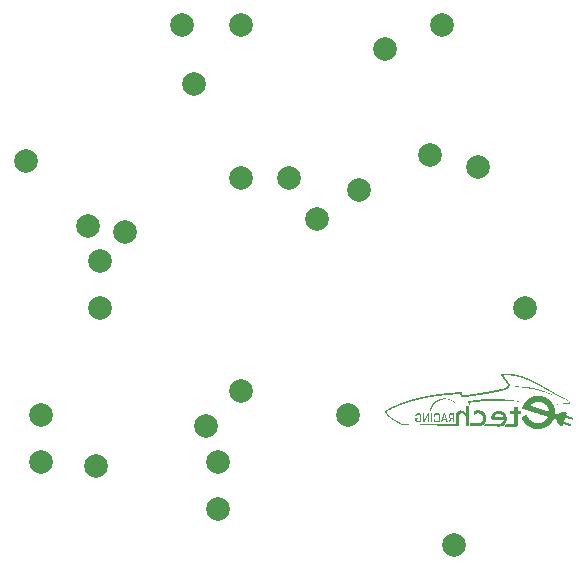
<source format=gbp>
G04*
G04 #@! TF.GenerationSoftware,Altium Limited,Altium Designer,23.9.2 (47)*
G04*
G04 Layer_Color=128*
%FSLAX44Y44*%
%MOMM*%
G71*
G04*
G04 #@! TF.SameCoordinates,8776A3A0-EF5A-4BC1-B825-7BE02FDD750C*
G04*
G04*
G04 #@! TF.FilePolarity,Positive*
G04*
G01*
G75*
%ADD60C,2.0000*%
G36*
X434660Y213844D02*
X437132D01*
Y213745D01*
X438517D01*
Y213646D01*
X439604D01*
Y213547D01*
X440494D01*
Y213449D01*
X441384D01*
Y213350D01*
X442373D01*
Y213251D01*
X443065D01*
Y213152D01*
X443560D01*
Y213053D01*
X444252D01*
Y212954D01*
X444845D01*
Y212855D01*
X445439D01*
Y212756D01*
X445933D01*
Y212658D01*
X446428D01*
Y212559D01*
X446922D01*
Y212460D01*
X447515D01*
Y212361D01*
X448010D01*
Y212262D01*
X448405D01*
Y212163D01*
X448801D01*
Y212064D01*
X449197D01*
Y211965D01*
X449691D01*
Y211866D01*
X450185D01*
Y211768D01*
X450482D01*
Y211669D01*
X450877D01*
Y211570D01*
X451273D01*
Y211471D01*
X451669D01*
Y211372D01*
X451965D01*
Y211273D01*
X452262D01*
Y211174D01*
X452658D01*
Y211075D01*
X453053D01*
Y210977D01*
X453350D01*
Y210878D01*
X453745D01*
Y210779D01*
X453943D01*
Y210680D01*
X454339D01*
Y210581D01*
X454635D01*
Y210482D01*
X454932D01*
Y210383D01*
X455130D01*
Y210284D01*
X455426D01*
Y210185D01*
X455723D01*
Y210086D01*
X456020D01*
Y209988D01*
X456316D01*
Y209889D01*
X456514D01*
Y209790D01*
X456811D01*
Y209691D01*
X457107D01*
Y209592D01*
X457305D01*
Y209493D01*
X457602D01*
Y209394D01*
X457800D01*
Y209295D01*
X457997D01*
Y209196D01*
X458294D01*
Y209098D01*
X458492D01*
Y208999D01*
X458788D01*
Y208900D01*
X458986D01*
Y208801D01*
X459184D01*
Y208702D01*
X459481D01*
Y208603D01*
X459678D01*
Y208504D01*
X459876D01*
Y208405D01*
X460173D01*
Y208307D01*
X460371D01*
Y208208D01*
X460568D01*
Y208109D01*
X460766D01*
Y208010D01*
X460964D01*
Y207911D01*
X461162D01*
Y207812D01*
X461359D01*
Y207713D01*
X461557D01*
Y207614D01*
X461755D01*
Y207515D01*
X462052D01*
Y207416D01*
X462151D01*
Y207318D01*
X462348D01*
Y207219D01*
X462546D01*
Y207120D01*
X462744D01*
Y207021D01*
X462942D01*
Y206922D01*
X463139D01*
Y206823D01*
X463337D01*
Y206724D01*
X463436D01*
Y206527D01*
X463337D01*
Y206625D01*
X463041D01*
Y206724D01*
X462744D01*
Y206823D01*
X462546D01*
Y206922D01*
X462348D01*
Y207021D01*
X462052D01*
Y207120D01*
X461854D01*
Y207219D01*
X461656D01*
Y207318D01*
X461458D01*
Y207416D01*
X461162D01*
Y207515D01*
X460865D01*
Y207614D01*
X460667D01*
Y207713D01*
X460371D01*
Y207812D01*
X460173D01*
Y207911D01*
X459876D01*
Y208010D01*
X459580D01*
Y208109D01*
X459283D01*
Y208208D01*
X458986D01*
Y208307D01*
X458690D01*
Y208405D01*
X458393D01*
Y208504D01*
X458195D01*
Y208603D01*
X457898D01*
Y208702D01*
X457602D01*
Y208801D01*
X457305D01*
Y208900D01*
X457009D01*
Y208999D01*
X456712D01*
Y209098D01*
X456415D01*
Y209196D01*
X456119D01*
Y209295D01*
X455822D01*
Y209394D01*
X455426D01*
Y209493D01*
X455130D01*
Y209592D01*
X454833D01*
Y209691D01*
X454536D01*
Y209790D01*
X454240D01*
Y209889D01*
X453844D01*
Y209988D01*
X453548D01*
Y210086D01*
X453152D01*
Y210185D01*
X452855D01*
Y210284D01*
X452460D01*
Y210383D01*
X452064D01*
Y210482D01*
X451669D01*
Y210581D01*
X451273D01*
Y210680D01*
X450976D01*
Y210779D01*
X450482D01*
Y210878D01*
X450086D01*
Y210977D01*
X449691D01*
Y211075D01*
X449197D01*
Y211174D01*
X448801D01*
Y211273D01*
X448307D01*
Y211372D01*
X447812D01*
Y211471D01*
X447416D01*
Y211570D01*
X446922D01*
Y211669D01*
X446329D01*
Y211768D01*
X445834D01*
Y211866D01*
X445340D01*
Y211965D01*
X444845D01*
Y212064D01*
X444252D01*
Y212163D01*
X443659D01*
Y212262D01*
X442967D01*
Y212361D01*
X442373D01*
Y212460D01*
X441780D01*
Y212559D01*
X440989D01*
Y212658D01*
X440297D01*
Y212756D01*
X439506D01*
Y212855D01*
X438616D01*
Y212954D01*
X437825D01*
Y213053D01*
X436737D01*
Y213152D01*
X435649D01*
Y213251D01*
X434364D01*
Y213350D01*
X433078D01*
Y213449D01*
X431298D01*
Y213547D01*
X428628D01*
Y213646D01*
X428727D01*
Y213745D01*
X429221D01*
Y213844D01*
X432089D01*
Y213943D01*
X434660D01*
Y213844D01*
D02*
G37*
G36*
X417849Y203065D02*
X420124D01*
Y202967D01*
X422003D01*
Y202868D01*
X423288D01*
Y202769D01*
X424376D01*
Y202670D01*
X425563D01*
Y202571D01*
X426551D01*
Y202472D01*
X427540D01*
Y202373D01*
X428529D01*
Y202274D01*
X429122D01*
Y202176D01*
X429913D01*
Y202077D01*
X430803D01*
Y201978D01*
X431496D01*
Y201879D01*
X432089D01*
Y201780D01*
X432682D01*
Y201681D01*
X433375D01*
Y201582D01*
X433968D01*
Y201483D01*
X434660D01*
Y201384D01*
X435253D01*
Y201286D01*
X435352D01*
Y201088D01*
X433770D01*
Y201187D01*
X431891D01*
Y201286D01*
X430012D01*
Y201384D01*
X427441D01*
Y201483D01*
X424870D01*
Y201582D01*
X422003D01*
Y201681D01*
X412608D01*
Y201582D01*
X409246D01*
Y201483D01*
X406774D01*
Y201384D01*
X404796D01*
Y201286D01*
X403115D01*
Y201187D01*
X401731D01*
Y201088D01*
X400643D01*
Y200989D01*
X399456D01*
Y200890D01*
X398369D01*
Y200791D01*
X397380D01*
Y200692D01*
X396589D01*
Y200593D01*
X395798D01*
Y200494D01*
X395006D01*
Y200396D01*
X394215D01*
Y200297D01*
X393523D01*
Y200198D01*
X393029D01*
Y199901D01*
X393128D01*
Y199506D01*
X393227D01*
Y199209D01*
X393326D01*
Y198912D01*
X393424D01*
Y198517D01*
X393523D01*
Y198220D01*
X393622D01*
Y197923D01*
X393523D01*
Y198022D01*
X393424D01*
Y198121D01*
X393326D01*
Y198220D01*
X393227D01*
Y198418D01*
X393128D01*
Y198517D01*
X393029D01*
Y198715D01*
X392930D01*
Y198813D01*
X392831D01*
Y199011D01*
X392732D01*
Y199110D01*
X392633D01*
Y199308D01*
X392534D01*
Y199407D01*
X392435D01*
Y199604D01*
X392337D01*
Y199802D01*
X392238D01*
Y199901D01*
X392139D01*
Y200099D01*
X392040D01*
Y200198D01*
X391941D01*
Y200396D01*
X391842D01*
Y200494D01*
X391743D01*
Y200692D01*
X391644D01*
Y200791D01*
X391545D01*
Y200989D01*
X391447D01*
Y201088D01*
X391545D01*
Y201187D01*
X391941D01*
Y201286D01*
X392337D01*
Y201384D01*
X392831D01*
Y201483D01*
X393326D01*
Y201582D01*
X393820D01*
Y201681D01*
X394413D01*
Y201780D01*
X395006D01*
Y201879D01*
X395501D01*
Y201978D01*
X396193D01*
Y202077D01*
X396885D01*
Y202176D01*
X397676D01*
Y202274D01*
X398369D01*
Y202373D01*
X399061D01*
Y202472D01*
X400050D01*
Y202571D01*
X400940D01*
Y202670D01*
X402126D01*
Y202769D01*
X403115D01*
Y202868D01*
X404500D01*
Y202967D01*
X406082D01*
Y203065D01*
X408653D01*
Y203164D01*
X417849D01*
Y203065D01*
D02*
G37*
G36*
X373449Y203659D02*
X374141D01*
Y203560D01*
X374735D01*
Y203461D01*
X375130D01*
Y203362D01*
X375526D01*
Y203263D01*
X375822D01*
Y203164D01*
X376119D01*
Y203065D01*
X376416D01*
Y202967D01*
X376712D01*
Y202868D01*
X377009D01*
Y202769D01*
X377207D01*
Y202670D01*
X377405D01*
Y202571D01*
X377603D01*
Y202472D01*
X377800D01*
Y202373D01*
X377998D01*
Y202274D01*
X378196D01*
Y202176D01*
X378394D01*
Y202077D01*
X378591D01*
Y201978D01*
X378690D01*
Y201879D01*
X378888D01*
Y201780D01*
X378987D01*
Y201681D01*
X379185D01*
Y201582D01*
X379283D01*
Y201483D01*
X379481D01*
Y201384D01*
X379580D01*
Y201286D01*
X379778D01*
Y201187D01*
X379877D01*
Y201088D01*
X379976D01*
Y200989D01*
X380173D01*
Y200890D01*
X380272D01*
Y200791D01*
X380371D01*
Y200692D01*
X380470D01*
Y200593D01*
X380569D01*
Y200494D01*
X380668D01*
Y200396D01*
X380767D01*
Y200297D01*
X380866D01*
Y200198D01*
X381063D01*
Y200000D01*
X381162D01*
Y199901D01*
X381261D01*
Y199802D01*
X381360D01*
Y199604D01*
X381261D01*
Y199703D01*
X381162D01*
Y199802D01*
X381063D01*
Y199901D01*
X380866D01*
Y200000D01*
X380767D01*
Y200099D01*
X380668D01*
Y200198D01*
X380569D01*
Y200297D01*
X380371D01*
Y200396D01*
X380272D01*
Y200494D01*
X380173D01*
Y200593D01*
X380075D01*
Y200692D01*
X379877D01*
Y200791D01*
X379778D01*
Y200890D01*
X379580D01*
Y200989D01*
X379481D01*
Y201088D01*
X379283D01*
Y201187D01*
X379086D01*
Y201286D01*
X378987D01*
Y201384D01*
X378789D01*
Y201483D01*
X378591D01*
Y201582D01*
X378394D01*
Y201681D01*
X378196D01*
Y201780D01*
X377998D01*
Y201879D01*
X377701D01*
Y201978D01*
X377504D01*
Y202077D01*
X377306D01*
Y202176D01*
X377009D01*
Y202274D01*
X376712D01*
Y202373D01*
X376416D01*
Y202472D01*
X376119D01*
Y202571D01*
X375724D01*
Y202670D01*
X375328D01*
Y202769D01*
X374735D01*
Y202868D01*
X373944D01*
Y202967D01*
X371570D01*
Y202868D01*
X370680D01*
Y202769D01*
X370186D01*
Y202670D01*
X369692D01*
Y202571D01*
X369395D01*
Y202472D01*
X369098D01*
Y202373D01*
X368703D01*
Y202274D01*
X368406D01*
Y202176D01*
X368208D01*
Y202077D01*
X367911D01*
Y201978D01*
X367714D01*
Y201879D01*
X367516D01*
Y201780D01*
X367219D01*
Y201681D01*
X367121D01*
Y201582D01*
X366923D01*
Y201483D01*
X366725D01*
Y201384D01*
X366527D01*
Y201286D01*
X366329D01*
Y201187D01*
X366231D01*
Y201088D01*
X366033D01*
Y200989D01*
X365835D01*
Y200890D01*
X365736D01*
Y200791D01*
X365538D01*
Y200692D01*
X365439D01*
Y200593D01*
X365340D01*
Y200494D01*
X365143D01*
Y200396D01*
X365044D01*
Y200297D01*
X364945D01*
Y200198D01*
X364747D01*
Y200099D01*
X364648D01*
Y200000D01*
X364549D01*
Y199901D01*
X364450D01*
Y199802D01*
X364352D01*
Y199703D01*
X364253D01*
Y199604D01*
X364154D01*
Y199506D01*
X364055D01*
Y199407D01*
X363956D01*
Y199308D01*
X363857D01*
Y199209D01*
X363758D01*
Y199110D01*
X363659D01*
Y199011D01*
X363560D01*
Y198912D01*
X363462D01*
Y198813D01*
X363363D01*
Y198715D01*
X363264D01*
Y198517D01*
X363165D01*
Y198418D01*
X363066D01*
Y198319D01*
X362967D01*
Y198220D01*
X362868D01*
Y198022D01*
X362769D01*
Y197923D01*
X362671D01*
Y197824D01*
X362572D01*
Y197627D01*
X362473D01*
Y197528D01*
X362374D01*
Y197330D01*
X362275D01*
Y197231D01*
X362176D01*
Y197033D01*
X362077D01*
Y196836D01*
X361978D01*
Y196737D01*
X361880D01*
Y196539D01*
X361781D01*
Y196341D01*
X361682D01*
Y196143D01*
X361583D01*
Y195946D01*
X361484D01*
Y195748D01*
X361385D01*
Y195649D01*
Y195451D01*
X361286D01*
Y195254D01*
X361187D01*
Y194957D01*
X361088D01*
Y194759D01*
X360989D01*
Y194462D01*
X360891D01*
Y194067D01*
X360792D01*
Y193671D01*
X360693D01*
Y193276D01*
X360594D01*
Y193177D01*
X360495D01*
Y193078D01*
X359506D01*
Y193177D01*
X359308D01*
Y193473D01*
X359407D01*
Y193869D01*
X359506D01*
Y194166D01*
X359605D01*
Y194561D01*
X359704D01*
Y194858D01*
X359803D01*
Y195056D01*
X359902D01*
Y195352D01*
X360001D01*
Y195649D01*
X360099D01*
Y195847D01*
X360198D01*
Y196045D01*
X360297D01*
Y196242D01*
X360396D01*
Y196440D01*
X360495D01*
Y196638D01*
X360594D01*
Y196836D01*
X360693D01*
Y197033D01*
X360792D01*
Y197231D01*
X360891D01*
Y197429D01*
X360989D01*
Y197528D01*
X361088D01*
Y197726D01*
X361187D01*
Y197824D01*
X361286D01*
Y198022D01*
X361385D01*
Y198121D01*
X361484D01*
Y198319D01*
X361583D01*
Y198418D01*
X361682D01*
Y198517D01*
X361781D01*
Y198715D01*
X361880D01*
Y198813D01*
X361978D01*
Y198912D01*
X362077D01*
Y199110D01*
X362176D01*
Y199209D01*
X362275D01*
Y199308D01*
X362374D01*
Y199407D01*
X362473D01*
Y199506D01*
X362572D01*
Y199604D01*
X362671D01*
Y199703D01*
X362769D01*
Y199802D01*
X362868D01*
Y199901D01*
X362967D01*
Y200000D01*
X363066D01*
Y200099D01*
X363165D01*
Y200198D01*
X363264D01*
Y200297D01*
X363363D01*
Y200396D01*
X363462D01*
Y200494D01*
X363560D01*
Y200593D01*
X363659D01*
Y200692D01*
X363857D01*
Y200791D01*
X363956D01*
Y200890D01*
X364055D01*
Y200989D01*
X364154D01*
Y201088D01*
X364352D01*
Y201187D01*
X364450D01*
Y201286D01*
X364549D01*
Y201384D01*
X364747D01*
Y201483D01*
X364846D01*
Y201582D01*
X365044D01*
Y201681D01*
X365143D01*
Y201780D01*
X365340D01*
Y201879D01*
X365439D01*
Y201978D01*
X365637D01*
Y202077D01*
X365835D01*
Y202176D01*
X366033D01*
Y202274D01*
X366231D01*
Y202373D01*
X366428D01*
Y202472D01*
X366626D01*
Y202571D01*
X366824D01*
Y202670D01*
X367022D01*
Y202769D01*
X367318D01*
Y202868D01*
X367516D01*
Y202967D01*
X367813D01*
Y203065D01*
X368109D01*
Y203164D01*
X368406D01*
Y203263D01*
X368703D01*
Y203362D01*
X369098D01*
Y203461D01*
X369593D01*
Y203560D01*
X370186D01*
Y203659D01*
X370878D01*
Y203758D01*
X373449D01*
Y203659D01*
D02*
G37*
G36*
X427540Y224623D02*
X428430D01*
Y224524D01*
X429122D01*
Y224425D01*
X429815D01*
Y224326D01*
X430507D01*
Y224227D01*
X431100D01*
Y224128D01*
X431693D01*
Y224030D01*
X432089D01*
Y223931D01*
X432584D01*
Y223832D01*
X433078D01*
Y223733D01*
X433474D01*
Y223634D01*
X433869D01*
Y223535D01*
X434265D01*
Y223436D01*
X434561D01*
Y223337D01*
X434957D01*
Y223238D01*
X435352D01*
Y223139D01*
X435649D01*
Y223041D01*
X436045D01*
Y222942D01*
X436341D01*
Y222843D01*
X436638D01*
Y222744D01*
X437033D01*
Y222645D01*
X437231D01*
Y222546D01*
X437528D01*
Y222447D01*
X437825D01*
Y222348D01*
X438220D01*
Y222250D01*
X438517D01*
Y222151D01*
X438714D01*
Y222052D01*
X439011D01*
Y221953D01*
X439308D01*
Y221854D01*
X439506D01*
Y221755D01*
X439802D01*
Y221656D01*
X440000D01*
Y221557D01*
X440297D01*
Y221458D01*
X440593D01*
Y221360D01*
X440890D01*
Y221261D01*
X441088D01*
Y221162D01*
X441384D01*
Y221063D01*
X441582D01*
Y220964D01*
X441780D01*
Y220865D01*
X442077D01*
Y220766D01*
X442274D01*
Y220667D01*
X442472D01*
Y220569D01*
X442670D01*
Y220470D01*
X442967D01*
Y220371D01*
X443164D01*
Y220272D01*
X443362D01*
Y220173D01*
X443560D01*
Y220074D01*
X443857D01*
Y219975D01*
X444054D01*
Y219876D01*
X444252D01*
Y219777D01*
X444450D01*
Y219678D01*
X444648D01*
Y219580D01*
X444845D01*
Y219481D01*
X445043D01*
Y219382D01*
X445241D01*
Y219283D01*
X445439D01*
Y219184D01*
X445636D01*
Y219085D01*
X445933D01*
Y218986D01*
X446131D01*
Y218887D01*
X446329D01*
Y218789D01*
X446526D01*
Y218690D01*
X446724D01*
Y218591D01*
X446922D01*
Y218492D01*
X447120D01*
Y218393D01*
X447318D01*
Y218294D01*
X447515D01*
Y218195D01*
X447713D01*
Y218096D01*
X447911D01*
Y217997D01*
X448109D01*
Y217899D01*
X448307D01*
Y217800D01*
X448504D01*
Y217701D01*
X448702D01*
Y217602D01*
X448900D01*
Y217503D01*
X449098D01*
Y217404D01*
X449197D01*
Y217305D01*
X449394D01*
Y217206D01*
X449592D01*
Y217107D01*
X449790D01*
Y217008D01*
X449987D01*
Y216910D01*
X450185D01*
Y216811D01*
X450383D01*
Y216712D01*
X450581D01*
Y216613D01*
X450779D01*
Y216514D01*
X450877D01*
Y216415D01*
X451075D01*
Y216316D01*
X451273D01*
Y216217D01*
X451471D01*
Y216119D01*
X451669D01*
Y216020D01*
X451866D01*
Y215921D01*
X452064D01*
Y215822D01*
X452163D01*
Y215723D01*
X452460D01*
Y215624D01*
X452559D01*
Y215525D01*
X452756D01*
Y215426D01*
X452954D01*
Y215327D01*
X453152D01*
Y215229D01*
X453350D01*
Y215130D01*
X453548D01*
Y215031D01*
X453646D01*
Y214932D01*
X453844D01*
Y214833D01*
X454042D01*
Y214734D01*
X454240D01*
Y214635D01*
X454437D01*
Y214536D01*
X454536D01*
Y214438D01*
X454734D01*
Y214339D01*
X454932D01*
Y214240D01*
X455130D01*
Y214141D01*
X455327D01*
Y214042D01*
X455426D01*
Y213943D01*
X455624D01*
Y213844D01*
X455822D01*
Y213745D01*
X456020D01*
Y213646D01*
X456119D01*
Y213547D01*
X456316D01*
Y213449D01*
X456514D01*
Y213350D01*
X456712D01*
Y213251D01*
X456811D01*
Y213152D01*
X457009D01*
Y213053D01*
X457206D01*
Y212954D01*
X457404D01*
Y212855D01*
X457602D01*
Y212756D01*
X457701D01*
Y212658D01*
X457898D01*
Y212559D01*
X458096D01*
Y212460D01*
X458294D01*
Y212361D01*
X458393D01*
Y212262D01*
X458591D01*
Y212163D01*
X458788D01*
Y212064D01*
X458887D01*
Y211965D01*
X459085D01*
Y211866D01*
X459283D01*
Y211768D01*
X459481D01*
Y211669D01*
X459580D01*
Y211570D01*
X459777D01*
Y211471D01*
X459975D01*
Y211372D01*
X460173D01*
Y211273D01*
X460272D01*
Y211174D01*
X460470D01*
Y211075D01*
X460667D01*
Y210977D01*
X460865D01*
Y210878D01*
X460964D01*
Y210779D01*
X461162D01*
Y210680D01*
X461359D01*
Y210581D01*
X461458D01*
Y210482D01*
X461656D01*
Y210383D01*
X461854D01*
Y210284D01*
X461953D01*
Y210185D01*
X462151D01*
Y210086D01*
X462348D01*
Y209988D01*
X462546D01*
Y209889D01*
X462645D01*
Y209790D01*
X462843D01*
Y209691D01*
X463041D01*
Y209592D01*
X463238D01*
Y209493D01*
X463337D01*
Y209394D01*
X463535D01*
Y209295D01*
X463733D01*
Y209196D01*
X463931D01*
Y209098D01*
X464030D01*
Y208999D01*
X464227D01*
Y208900D01*
X464425D01*
Y208801D01*
X464524D01*
Y208702D01*
X464722D01*
Y208603D01*
X464920D01*
Y208504D01*
X465117D01*
Y208405D01*
X465216D01*
Y208307D01*
X465414D01*
Y208208D01*
X465612D01*
Y208109D01*
X465710D01*
Y208010D01*
X465908D01*
Y207911D01*
X466106D01*
Y207812D01*
X466205D01*
Y207713D01*
X466403D01*
Y207614D01*
X466600D01*
Y207515D01*
X466699D01*
Y207416D01*
X466897D01*
Y207318D01*
X467095D01*
Y207219D01*
X467194D01*
Y207120D01*
X467392D01*
Y207021D01*
X467589D01*
Y206922D01*
X467787D01*
Y206823D01*
X467886D01*
Y206724D01*
X468084D01*
Y206625D01*
X468282D01*
Y206527D01*
X468479D01*
Y206428D01*
X468578D01*
Y206329D01*
X468776D01*
Y206230D01*
X468974D01*
Y206131D01*
X469172D01*
Y206032D01*
X469369D01*
Y205933D01*
X469567D01*
Y205834D01*
X469765D01*
Y205735D01*
X469963D01*
Y205637D01*
X470062D01*
Y205538D01*
X470259D01*
Y205439D01*
X470457D01*
Y205340D01*
X470655D01*
Y205241D01*
X470853D01*
Y205142D01*
X471050D01*
Y205043D01*
X471248D01*
Y204944D01*
X471446D01*
Y204846D01*
X471644D01*
Y204747D01*
X471842D01*
Y204648D01*
X472039D01*
Y204549D01*
X472237D01*
Y204450D01*
X472435D01*
Y204351D01*
X472633D01*
Y204252D01*
X472929D01*
Y204153D01*
X473127D01*
Y204054D01*
X473325D01*
Y203955D01*
X473523D01*
Y203857D01*
X473720D01*
Y203758D01*
X473918D01*
Y203659D01*
X474215D01*
Y203560D01*
X474413D01*
Y203461D01*
X474709D01*
Y203362D01*
X474907D01*
Y203263D01*
X475105D01*
Y203164D01*
X475401D01*
Y203065D01*
X475599D01*
Y202967D01*
X475797D01*
Y202868D01*
X475896D01*
Y202769D01*
X476094D01*
Y202670D01*
X476292D01*
Y202571D01*
X476390D01*
Y202472D01*
X476489D01*
Y202373D01*
X476687D01*
Y202274D01*
X476786D01*
Y202176D01*
X476885D01*
Y202077D01*
X476984D01*
Y201978D01*
X477082D01*
Y201879D01*
X477181D01*
Y201780D01*
X477280D01*
Y201681D01*
X477379D01*
Y201582D01*
X477478D01*
Y201483D01*
X477577D01*
Y201384D01*
X477676D01*
Y201286D01*
X477775D01*
Y201088D01*
X477874D01*
Y200989D01*
X477972D01*
Y200890D01*
X478071D01*
Y200692D01*
X478170D01*
Y200494D01*
X478269D01*
Y200297D01*
X478368D01*
Y200099D01*
X478467D01*
Y199901D01*
X478566D01*
Y199110D01*
X478467D01*
Y199011D01*
X477577D01*
Y199110D01*
X471644D01*
Y199011D01*
X470062D01*
Y198912D01*
X469271D01*
Y198813D01*
X468578D01*
Y198715D01*
X467985D01*
Y198616D01*
X467491D01*
Y198517D01*
X467095D01*
Y198418D01*
X466798D01*
Y198319D01*
X466502D01*
Y198220D01*
X466304D01*
Y198121D01*
X466205D01*
Y198022D01*
X466007D01*
Y197923D01*
X465908D01*
Y197824D01*
X465710D01*
Y198022D01*
X465810D01*
Y198121D01*
X465908D01*
Y198220D01*
X466106D01*
Y198319D01*
X466205D01*
Y198418D01*
X466403D01*
Y198517D01*
X466600D01*
Y198616D01*
X466897D01*
Y198715D01*
X467194D01*
Y198813D01*
X467589D01*
Y198912D01*
X467985D01*
Y199011D01*
X468381D01*
Y199110D01*
X469073D01*
Y199209D01*
X470062D01*
Y199308D01*
X471149D01*
Y199407D01*
X472534D01*
Y199506D01*
X475401D01*
Y199604D01*
X475599D01*
Y199506D01*
X475797D01*
Y199604D01*
X476094D01*
Y199506D01*
X476489D01*
Y199604D01*
X476687D01*
Y199506D01*
X478071D01*
Y199802D01*
X477972D01*
Y200099D01*
X477874D01*
Y200198D01*
X477775D01*
Y200396D01*
X477676D01*
Y200494D01*
X477577D01*
Y200692D01*
X477478D01*
Y200791D01*
X477379D01*
Y200890D01*
X477280D01*
Y201088D01*
X477181D01*
Y201187D01*
X477082D01*
Y201286D01*
X476984D01*
Y201384D01*
X476885D01*
Y201483D01*
X476786D01*
Y201582D01*
X476588D01*
Y201681D01*
X476489D01*
Y201780D01*
X476390D01*
Y201879D01*
X476292D01*
Y201978D01*
X476094D01*
Y202077D01*
X475995D01*
Y202176D01*
X475797D01*
Y202274D01*
X475599D01*
Y202373D01*
X475401D01*
Y202472D01*
X475204D01*
Y202571D01*
X475006D01*
Y202670D01*
X474709D01*
Y202769D01*
X474511D01*
Y202868D01*
X474215D01*
Y202967D01*
X474017D01*
Y203065D01*
X473720D01*
Y203164D01*
X473523D01*
Y203263D01*
X473226D01*
Y203362D01*
X473028D01*
Y203461D01*
X472830D01*
Y203560D01*
X472633D01*
Y203659D01*
X472336D01*
Y203758D01*
X472138D01*
Y203857D01*
X471940D01*
Y203955D01*
X471743D01*
Y204054D01*
X471545D01*
Y204153D01*
X471248D01*
Y204252D01*
X471050D01*
Y204351D01*
X470853D01*
Y204450D01*
X470655D01*
Y204549D01*
X470457D01*
Y204648D01*
X470259D01*
Y204747D01*
X470062D01*
Y204846D01*
X469864D01*
Y204944D01*
X469666D01*
Y205043D01*
X469468D01*
Y205142D01*
X469271D01*
Y205241D01*
X469073D01*
Y205340D01*
X468875D01*
Y205439D01*
X468677D01*
Y205538D01*
X468479D01*
Y205637D01*
X468282D01*
Y205735D01*
X468084D01*
Y205834D01*
X467886D01*
Y205933D01*
X467787D01*
Y206032D01*
X467589D01*
Y206131D01*
X467392D01*
Y206230D01*
X467194D01*
Y206329D01*
X466996D01*
Y206428D01*
X466798D01*
Y206527D01*
X466600D01*
Y206625D01*
X466403D01*
Y206724D01*
X466304D01*
Y206823D01*
X466106D01*
Y206922D01*
X465908D01*
Y207021D01*
X465710D01*
Y207120D01*
X465513D01*
Y207219D01*
X465414D01*
Y207318D01*
X465216D01*
Y207416D01*
X465018D01*
Y207515D01*
X464821D01*
Y207614D01*
X464722D01*
Y207713D01*
X464524D01*
Y207812D01*
X464326D01*
Y207911D01*
X464227D01*
Y208010D01*
X464030D01*
Y208109D01*
X463832D01*
Y208208D01*
X463634D01*
Y208307D01*
X463436D01*
Y208405D01*
X463337D01*
Y208504D01*
X463139D01*
Y208603D01*
X462942D01*
Y208702D01*
X462744D01*
Y208801D01*
X462546D01*
Y208900D01*
X462348D01*
Y208999D01*
X462249D01*
Y209098D01*
X462052D01*
Y209196D01*
X461854D01*
Y209295D01*
X461656D01*
Y209394D01*
X461458D01*
Y209493D01*
X461359D01*
Y209592D01*
X461162D01*
Y209691D01*
X460964D01*
Y209790D01*
X460766D01*
Y209889D01*
X460568D01*
Y209988D01*
X460470D01*
Y210086D01*
X460272D01*
Y210185D01*
X460074D01*
Y210284D01*
X459876D01*
Y210383D01*
X459678D01*
Y210482D01*
X459580D01*
Y210581D01*
X459382D01*
Y210680D01*
X459184D01*
Y210779D01*
X458986D01*
Y210878D01*
X458887D01*
Y210977D01*
X458690D01*
Y211075D01*
X458492D01*
Y211174D01*
X458294D01*
Y211273D01*
X458096D01*
Y211372D01*
X457997D01*
Y211471D01*
X457800D01*
Y211570D01*
X457602D01*
Y211669D01*
X457404D01*
Y211768D01*
X457305D01*
Y211866D01*
X457107D01*
Y211965D01*
X456910D01*
Y212064D01*
X456712D01*
Y212163D01*
X456514D01*
Y212262D01*
X456316D01*
Y212361D01*
X456119D01*
Y212460D01*
X456020D01*
Y212559D01*
X455822D01*
Y212658D01*
X455624D01*
Y212756D01*
X455426D01*
Y212855D01*
X455229D01*
Y212954D01*
X455031D01*
Y213053D01*
X454932D01*
Y213152D01*
X454734D01*
Y213251D01*
X454536D01*
Y213350D01*
X454339D01*
Y213449D01*
X454141D01*
Y213547D01*
X453943D01*
Y213646D01*
X453745D01*
Y213745D01*
X453646D01*
Y213844D01*
X453449D01*
Y213943D01*
X453251D01*
Y214042D01*
X453053D01*
Y214141D01*
X452855D01*
Y214240D01*
X452658D01*
Y214339D01*
X452460D01*
Y214438D01*
X452361D01*
Y214536D01*
X452163D01*
Y214635D01*
X451965D01*
Y214734D01*
X451768D01*
Y214833D01*
X451570D01*
Y214932D01*
X451372D01*
Y215031D01*
X451174D01*
Y215130D01*
X450976D01*
Y215229D01*
X450779D01*
Y215327D01*
X450581D01*
Y215426D01*
X450383D01*
Y215525D01*
X450185D01*
Y215624D01*
X449987D01*
Y215723D01*
X449790D01*
Y215822D01*
X449592D01*
Y215921D01*
X449394D01*
Y216020D01*
X449197D01*
Y216119D01*
X448999D01*
Y216217D01*
X448801D01*
Y216316D01*
X448603D01*
Y216415D01*
X448405D01*
Y216514D01*
X448208D01*
Y216613D01*
X448010D01*
Y216712D01*
X447911D01*
Y216811D01*
X447614D01*
Y216910D01*
X447416D01*
Y217008D01*
X447219D01*
Y217107D01*
X447021D01*
Y217206D01*
X446823D01*
Y217305D01*
X446625D01*
Y217404D01*
X446428D01*
Y217503D01*
X446230D01*
Y217602D01*
X446032D01*
Y217701D01*
X445834D01*
Y217800D01*
X445636D01*
Y217899D01*
X445439D01*
Y217997D01*
X445142D01*
Y218096D01*
X444944D01*
Y218195D01*
X444747D01*
Y218294D01*
X444549D01*
Y218393D01*
X444351D01*
Y218492D01*
X444153D01*
Y218591D01*
X443955D01*
Y218690D01*
X443758D01*
Y218789D01*
X443461D01*
Y218887D01*
X443263D01*
Y218986D01*
X443065D01*
Y219085D01*
X442868D01*
Y219184D01*
X442571D01*
Y219283D01*
X442373D01*
Y219382D01*
X442077D01*
Y219481D01*
X441879D01*
Y219580D01*
X441681D01*
Y219678D01*
X441483D01*
Y219777D01*
X441187D01*
Y219876D01*
X440989D01*
Y219975D01*
X440692D01*
Y220074D01*
X440494D01*
Y220173D01*
X440198D01*
Y220272D01*
X439901D01*
Y220371D01*
X439604D01*
Y220470D01*
X439407D01*
Y220569D01*
X439110D01*
Y220667D01*
X438912D01*
Y220766D01*
X438616D01*
Y220865D01*
X438319D01*
Y220964D01*
X438022D01*
Y221063D01*
X437726D01*
Y221162D01*
X437429D01*
Y221261D01*
X437033D01*
Y221360D01*
X436836D01*
Y221458D01*
X436440D01*
Y221557D01*
X436143D01*
Y221656D01*
X435748D01*
Y221755D01*
X435451D01*
Y221854D01*
X435056D01*
Y221953D01*
X434759D01*
Y222052D01*
X434364D01*
Y222151D01*
X433968D01*
Y222250D01*
X433572D01*
Y222348D01*
X433177D01*
Y222447D01*
X432682D01*
Y222546D01*
X432188D01*
Y222645D01*
X431693D01*
Y222744D01*
X431199D01*
Y222843D01*
X430606D01*
Y222942D01*
X430012D01*
Y223041D01*
X429221D01*
Y223139D01*
X428331D01*
Y223238D01*
X427342D01*
Y223337D01*
X422695D01*
Y223238D01*
X422003D01*
Y223139D01*
X421805D01*
Y222942D01*
X421904D01*
Y222843D01*
X422003D01*
Y222744D01*
X422102D01*
Y222546D01*
X422200D01*
Y222447D01*
X422299D01*
Y222348D01*
X422398D01*
Y222151D01*
X422497D01*
Y222052D01*
X422596D01*
Y221854D01*
X422695D01*
Y221755D01*
X422794D01*
Y221656D01*
X422893D01*
Y221458D01*
X422991D01*
Y221360D01*
X423090D01*
Y221162D01*
X423189D01*
Y221063D01*
X423288D01*
Y220964D01*
X423387D01*
Y220766D01*
X423486D01*
Y220667D01*
X423585D01*
Y220569D01*
X423684D01*
Y220371D01*
X423783D01*
Y220272D01*
X423881D01*
Y220074D01*
X423980D01*
Y219975D01*
X424079D01*
Y219876D01*
X424178D01*
Y219678D01*
X424277D01*
Y219580D01*
X424376D01*
Y219481D01*
X424475D01*
Y219283D01*
X424574D01*
Y219184D01*
X424673D01*
Y219085D01*
X424771D01*
Y218887D01*
X424870D01*
Y218789D01*
X424969D01*
Y218591D01*
X425068D01*
Y218492D01*
X425167D01*
Y218393D01*
X425266D01*
Y218195D01*
X425365D01*
Y218096D01*
X425464D01*
Y217997D01*
X425563D01*
Y217899D01*
X425662D01*
Y217701D01*
X425760D01*
Y217602D01*
X425859D01*
Y217503D01*
X425958D01*
Y217305D01*
X426057D01*
Y217206D01*
X426156D01*
Y217107D01*
X426255D01*
Y216910D01*
X426354D01*
Y216811D01*
X426452D01*
Y216712D01*
X426551D01*
Y216514D01*
X426650D01*
Y216415D01*
X426749D01*
Y216217D01*
X426848D01*
Y216020D01*
X426947D01*
Y215723D01*
X427046D01*
Y215426D01*
X427145D01*
Y214438D01*
X427046D01*
Y214042D01*
X426947D01*
Y213844D01*
X426848D01*
Y213646D01*
X426749D01*
Y213449D01*
X426650D01*
Y213350D01*
X426551D01*
Y213152D01*
X426452D01*
Y213053D01*
X426354D01*
Y212954D01*
X426255D01*
Y212855D01*
X426156D01*
Y212756D01*
X426057D01*
Y212658D01*
X425958D01*
Y212559D01*
X425859D01*
Y212460D01*
X425760D01*
Y212361D01*
X425563D01*
Y212262D01*
X425464D01*
Y212163D01*
X425266D01*
Y212064D01*
X425167D01*
Y211965D01*
X424969D01*
Y211866D01*
X424870D01*
Y211768D01*
X424673D01*
Y211669D01*
X424475D01*
Y211570D01*
X424277D01*
Y211471D01*
X424079D01*
Y211372D01*
X423881D01*
Y211273D01*
X423684D01*
Y211174D01*
X423387D01*
Y211075D01*
X423189D01*
Y210977D01*
X422893D01*
Y210878D01*
X422695D01*
Y210779D01*
X422398D01*
Y210680D01*
X422102D01*
Y210581D01*
X421805D01*
Y210482D01*
X421508D01*
Y210383D01*
X421113D01*
Y210284D01*
X420717D01*
Y210185D01*
X420322D01*
Y210086D01*
X419926D01*
Y209988D01*
X419530D01*
Y209889D01*
X419036D01*
Y209790D01*
X418542D01*
Y209691D01*
X418146D01*
Y209592D01*
X417751D01*
Y209493D01*
X417256D01*
Y209394D01*
X416762D01*
Y209295D01*
X416267D01*
Y209196D01*
X415773D01*
Y209098D01*
X415377D01*
Y208999D01*
X414784D01*
Y208900D01*
X414290D01*
Y208801D01*
X413795D01*
Y208702D01*
X413301D01*
Y208603D01*
X412806D01*
Y208504D01*
X412213D01*
Y208405D01*
X411619D01*
Y208307D01*
X411125D01*
Y208208D01*
X410631D01*
Y208109D01*
X410037D01*
Y208010D01*
X409444D01*
Y207911D01*
X408851D01*
Y207812D01*
X408257D01*
Y207713D01*
X407763D01*
Y207614D01*
X407170D01*
Y207515D01*
X406576D01*
Y207416D01*
X405983D01*
Y207318D01*
X405291D01*
Y207219D01*
X404796D01*
Y207120D01*
X404203D01*
Y207021D01*
X403511D01*
Y206922D01*
X402918D01*
Y206823D01*
X402225D01*
Y206724D01*
X401731D01*
Y206625D01*
X401039D01*
Y206527D01*
X400346D01*
Y206428D01*
X399654D01*
Y206329D01*
X399061D01*
Y206230D01*
X398468D01*
Y206131D01*
X397775D01*
Y206032D01*
X397083D01*
Y205933D01*
X396391D01*
Y205834D01*
X395798D01*
Y205735D01*
X395105D01*
Y205637D01*
X394413D01*
Y205538D01*
X393523D01*
Y205439D01*
X392930D01*
Y205340D01*
X392238D01*
Y205241D01*
X391545D01*
Y205142D01*
X390754D01*
Y205043D01*
X389963D01*
Y204944D01*
X389271D01*
Y204846D01*
X388579D01*
Y204747D01*
X387293D01*
Y204846D01*
X386997D01*
Y204944D01*
X386799D01*
Y205043D01*
X386601D01*
Y205142D01*
X386502D01*
Y205241D01*
X386305D01*
Y205340D01*
X386206D01*
Y205439D01*
X386107D01*
Y205538D01*
X386008D01*
Y205735D01*
X385909D01*
Y205834D01*
X385810D01*
Y206032D01*
X385711D01*
Y206230D01*
X385612D01*
Y206428D01*
X385513D01*
Y206724D01*
X385415D01*
Y206922D01*
X385316D01*
Y207219D01*
X385217D01*
Y207416D01*
X384228D01*
Y207318D01*
X382646D01*
Y207219D01*
X380965D01*
Y207120D01*
X378987D01*
Y207021D01*
X377504D01*
Y206922D01*
X376416D01*
Y206823D01*
X375427D01*
Y206724D01*
X374339D01*
Y206625D01*
X373251D01*
Y206527D01*
X372065D01*
Y206428D01*
X370977D01*
Y206329D01*
X370285D01*
Y206230D01*
X369494D01*
Y206131D01*
X368703D01*
Y206032D01*
X367813D01*
Y205933D01*
X367121D01*
Y205834D01*
X366329D01*
Y205735D01*
X365637D01*
Y205637D01*
X364846D01*
Y205538D01*
X364055D01*
Y205439D01*
X363462D01*
Y205340D01*
X362967D01*
Y205241D01*
X362275D01*
Y205142D01*
X361682D01*
Y205043D01*
X361088D01*
Y204944D01*
X360396D01*
Y204846D01*
X359902D01*
Y204747D01*
X359308D01*
Y204648D01*
X358616D01*
Y204549D01*
X358122D01*
Y204450D01*
X357627D01*
Y204351D01*
X357133D01*
Y204252D01*
X356638D01*
Y204153D01*
X356144D01*
Y204054D01*
X355650D01*
Y203955D01*
X355155D01*
Y203857D01*
X354661D01*
Y203758D01*
X354166D01*
Y203659D01*
X353672D01*
Y203560D01*
X353177D01*
Y203461D01*
X352782D01*
Y203362D01*
X352287D01*
Y203263D01*
X351892D01*
Y203164D01*
X351496D01*
Y203065D01*
X351101D01*
Y202967D01*
X350705D01*
Y202868D01*
X350211D01*
Y202769D01*
X349815D01*
Y202670D01*
X349420D01*
Y202571D01*
X349024D01*
Y202472D01*
X348629D01*
Y202373D01*
X348233D01*
Y202274D01*
X347739D01*
Y202176D01*
X347343D01*
Y202077D01*
X347046D01*
Y201978D01*
X346651D01*
Y201879D01*
X346354D01*
Y201780D01*
X345959D01*
Y201681D01*
X345563D01*
Y201582D01*
X345266D01*
Y201483D01*
X344871D01*
Y201384D01*
X344574D01*
Y201286D01*
X344179D01*
Y201187D01*
X343783D01*
Y201088D01*
X343487D01*
Y200989D01*
X343091D01*
Y200890D01*
X342794D01*
Y200791D01*
X342399D01*
Y200692D01*
X342102D01*
Y200593D01*
X341805D01*
Y200494D01*
X341509D01*
Y200396D01*
X341212D01*
Y200297D01*
X340817D01*
Y200198D01*
X340619D01*
Y200099D01*
X340223D01*
Y200000D01*
X339927D01*
Y199901D01*
X339630D01*
Y199802D01*
X339333D01*
Y199703D01*
X339037D01*
Y199604D01*
X338740D01*
Y199506D01*
X338443D01*
Y199407D01*
X338147D01*
Y199308D01*
X337850D01*
Y199209D01*
X337553D01*
Y199110D01*
X337257D01*
Y199011D01*
X336960D01*
Y198912D01*
X336762D01*
Y198813D01*
X336466D01*
Y198715D01*
X336169D01*
Y198616D01*
X335872D01*
Y198517D01*
X335576D01*
Y198418D01*
X335279D01*
Y198319D01*
X335081D01*
Y198220D01*
X334785D01*
Y198121D01*
X334587D01*
Y198022D01*
X334290D01*
Y197923D01*
X334092D01*
Y197824D01*
X333796D01*
Y197726D01*
X333598D01*
Y197627D01*
X333301D01*
Y197528D01*
X333004D01*
Y197429D01*
X332807D01*
Y197330D01*
X332510D01*
Y197231D01*
X332312D01*
Y197132D01*
X332016D01*
Y197033D01*
X331818D01*
Y196935D01*
X331620D01*
Y196836D01*
X331323D01*
Y196737D01*
X331126D01*
Y196638D01*
X330928D01*
Y196539D01*
X330631D01*
Y196440D01*
X330434D01*
Y196341D01*
X330236D01*
Y196242D01*
X329939D01*
Y196143D01*
X329741D01*
Y196045D01*
X329543D01*
Y195946D01*
X329346D01*
Y195847D01*
X329148D01*
Y195748D01*
X328851D01*
Y195649D01*
X328653D01*
Y195550D01*
X328456D01*
Y195451D01*
X328258D01*
Y195352D01*
X328060D01*
Y195254D01*
X327763D01*
Y195154D01*
X327566D01*
Y195056D01*
X327368D01*
Y194957D01*
X327170D01*
Y194858D01*
X326973D01*
Y194759D01*
X326775D01*
Y194660D01*
X326577D01*
Y194561D01*
X326379D01*
Y194462D01*
X326280D01*
Y194363D01*
X325984D01*
Y194265D01*
X325786D01*
Y194166D01*
X325588D01*
Y194067D01*
X325489D01*
Y193968D01*
X325291D01*
Y193869D01*
X325094D01*
Y193770D01*
X324896D01*
Y193671D01*
X324698D01*
Y193572D01*
X324500D01*
Y193473D01*
X324401D01*
Y193375D01*
X324204D01*
Y193276D01*
X324006D01*
Y193177D01*
X323808D01*
Y193078D01*
X323709D01*
Y192979D01*
X323511D01*
Y192880D01*
X323314D01*
Y192781D01*
X323215D01*
Y192682D01*
X323116D01*
Y192584D01*
X323017D01*
Y192188D01*
X323116D01*
Y191792D01*
X323215D01*
Y191595D01*
X323314D01*
Y191397D01*
X323413D01*
Y191199D01*
X323511D01*
Y191001D01*
X323610D01*
Y190902D01*
X323709D01*
Y190705D01*
X323808D01*
Y190606D01*
X323907D01*
Y190507D01*
X324006D01*
Y190309D01*
X324105D01*
Y190210D01*
X324204D01*
Y190111D01*
X324302D01*
Y190012D01*
X324401D01*
Y189914D01*
X324500D01*
Y189815D01*
X324599D01*
Y189716D01*
X324698D01*
Y189617D01*
X324797D01*
Y189518D01*
X324896D01*
Y189419D01*
X324995D01*
Y189320D01*
X325094D01*
Y189221D01*
X325192D01*
Y189123D01*
X325291D01*
Y189024D01*
X325390D01*
Y188925D01*
X325489D01*
Y188826D01*
X325588D01*
Y188727D01*
X325687D01*
Y188628D01*
X325885D01*
Y188529D01*
X325984D01*
Y188430D01*
X326082D01*
Y188331D01*
X326181D01*
Y188232D01*
X326280D01*
Y188134D01*
X326478D01*
Y188035D01*
X326577D01*
Y187936D01*
X326676D01*
Y187837D01*
X326775D01*
Y187738D01*
X326973D01*
Y187639D01*
X327071D01*
Y187540D01*
X327170D01*
Y187441D01*
X327368D01*
Y187342D01*
X327467D01*
Y187244D01*
X327665D01*
Y187145D01*
X327763D01*
Y187046D01*
X327862D01*
Y186947D01*
X328060D01*
Y186848D01*
X328159D01*
Y186749D01*
X328357D01*
Y186650D01*
X328456D01*
Y186551D01*
X328653D01*
Y186453D01*
X328752D01*
Y186354D01*
X328950D01*
Y186255D01*
X329049D01*
Y186156D01*
X329247D01*
Y186057D01*
X329346D01*
Y185958D01*
X329543D01*
Y185859D01*
X329642D01*
Y185760D01*
X329840D01*
Y185662D01*
X330038D01*
Y185562D01*
X330137D01*
Y185464D01*
X330335D01*
Y185365D01*
X330434D01*
Y185266D01*
X330631D01*
Y185167D01*
X330829D01*
Y185068D01*
X330928D01*
Y184969D01*
X331126D01*
Y184870D01*
X331323D01*
Y184771D01*
X331422D01*
Y184673D01*
X331620D01*
Y184574D01*
X331818D01*
Y184475D01*
X332016D01*
Y184376D01*
X332115D01*
Y184277D01*
X332312D01*
Y184178D01*
X332510D01*
Y184079D01*
X332708D01*
Y183980D01*
X332906D01*
Y183881D01*
X333004D01*
Y183783D01*
X333202D01*
Y183684D01*
X333400D01*
Y183585D01*
X333598D01*
Y183486D01*
X333796D01*
Y183387D01*
X333993D01*
Y183288D01*
X334191D01*
Y183189D01*
X334290D01*
Y183090D01*
X334488D01*
Y182992D01*
X334686D01*
Y182893D01*
X334883D01*
Y182794D01*
X335081D01*
Y182695D01*
X335279D01*
Y182596D01*
X335477D01*
Y182497D01*
X335675D01*
Y182398D01*
X335872D01*
Y182299D01*
X336070D01*
Y182200D01*
X336268D01*
Y182101D01*
X336466D01*
Y182003D01*
X336663D01*
Y181904D01*
X336861D01*
Y181805D01*
X338839D01*
Y181706D01*
X341608D01*
Y181607D01*
X344179D01*
Y181508D01*
X348332D01*
Y181607D01*
X351101D01*
Y181706D01*
X353870D01*
Y181805D01*
X356638D01*
Y181904D01*
X359407D01*
Y182003D01*
X362176D01*
Y182101D01*
X365044D01*
Y182200D01*
X367813D01*
Y182299D01*
X370582D01*
Y182398D01*
X373449D01*
Y182497D01*
X381657D01*
Y185760D01*
X381756D01*
Y190012D01*
X381855D01*
Y190507D01*
X381954D01*
Y190804D01*
X382052D01*
Y191001D01*
X382151D01*
Y191298D01*
X382250D01*
Y191397D01*
X382349D01*
Y191595D01*
X382448D01*
Y191792D01*
X382547D01*
Y191891D01*
X382646D01*
Y191990D01*
X382744D01*
Y192089D01*
X382844D01*
Y192287D01*
X382942D01*
Y192386D01*
X383041D01*
Y192485D01*
X383239D01*
Y192584D01*
X383338D01*
Y192682D01*
X383437D01*
Y192781D01*
X383536D01*
Y192880D01*
X383733D01*
Y192979D01*
X383832D01*
Y193078D01*
X384030D01*
Y193177D01*
X384327D01*
Y193276D01*
X384525D01*
Y193375D01*
X384821D01*
Y193473D01*
X385513D01*
Y193572D01*
X386206D01*
Y193473D01*
X386799D01*
Y193375D01*
X387096D01*
Y193276D01*
X387392D01*
Y193177D01*
X387689D01*
Y193078D01*
X387887D01*
Y192979D01*
X388084D01*
Y192880D01*
X388183D01*
Y192781D01*
X388381D01*
Y192682D01*
X388480D01*
Y192584D01*
X388678D01*
Y192485D01*
X388777D01*
Y192386D01*
X388876D01*
Y192287D01*
X388974D01*
Y192188D01*
X389172D01*
Y192089D01*
X389271D01*
Y191990D01*
X389370D01*
Y191891D01*
X389469D01*
Y191792D01*
X389568D01*
Y191694D01*
X389963D01*
Y191792D01*
X390062D01*
Y196440D01*
X390161D01*
Y196539D01*
X390260D01*
Y196737D01*
X390359D01*
Y196836D01*
X390557D01*
Y196935D01*
X392435D01*
Y196836D01*
X392534D01*
Y196737D01*
X392633D01*
Y196638D01*
X392732D01*
Y196539D01*
X392831D01*
Y196440D01*
X392930D01*
Y184673D01*
X392831D01*
Y180519D01*
X392732D01*
Y180420D01*
X392633D01*
Y180223D01*
X392435D01*
Y180124D01*
X392337D01*
Y180025D01*
X390557D01*
Y180124D01*
X390359D01*
Y180223D01*
X390260D01*
Y180322D01*
X390161D01*
Y180420D01*
X390062D01*
Y180618D01*
X389963D01*
Y183585D01*
X390062D01*
Y187639D01*
X389963D01*
Y188232D01*
X389864D01*
Y188628D01*
X389766D01*
Y188826D01*
X389667D01*
Y189123D01*
X389568D01*
Y189320D01*
X389469D01*
Y189419D01*
X389370D01*
Y189617D01*
X389271D01*
Y189716D01*
X389172D01*
Y189914D01*
X389073D01*
Y190012D01*
X388974D01*
Y190111D01*
X388876D01*
Y190210D01*
X388777D01*
Y190309D01*
X388678D01*
Y190408D01*
X388579D01*
Y190507D01*
X388381D01*
Y190606D01*
X388282D01*
Y190705D01*
X388084D01*
Y190804D01*
X387887D01*
Y190902D01*
X387590D01*
Y191001D01*
X387195D01*
Y191100D01*
X386107D01*
Y191001D01*
X385810D01*
Y190902D01*
X385612D01*
Y190804D01*
X385513D01*
Y190705D01*
X385415D01*
Y190606D01*
X385217D01*
Y190507D01*
X385118D01*
Y190408D01*
X385019D01*
Y190210D01*
X384920D01*
Y190111D01*
X384821D01*
Y189914D01*
X384722D01*
Y189716D01*
X384623D01*
Y189518D01*
X384525D01*
Y189123D01*
X384426D01*
Y188628D01*
X384327D01*
Y180618D01*
X384228D01*
Y180519D01*
X384129D01*
Y180420D01*
X384030D01*
Y180322D01*
X383931D01*
Y180223D01*
X383733D01*
Y180124D01*
X383041D01*
Y180223D01*
X381162D01*
Y180322D01*
X379580D01*
Y180420D01*
X377701D01*
Y180519D01*
X375724D01*
Y180618D01*
X372559D01*
Y180717D01*
X368900D01*
Y180816D01*
X365340D01*
Y180915D01*
X361880D01*
Y181014D01*
X358320D01*
Y181113D01*
X354859D01*
Y181212D01*
X351299D01*
Y181310D01*
X347739D01*
Y181409D01*
X346552D01*
Y181310D01*
X345959D01*
Y181212D01*
X342498D01*
Y181113D01*
X339136D01*
Y181014D01*
X336663D01*
Y181113D01*
X336367D01*
Y181212D01*
X336169D01*
Y181310D01*
X335971D01*
Y181409D01*
X335773D01*
Y181508D01*
X335576D01*
Y181607D01*
X335378D01*
Y181706D01*
X335180D01*
Y181805D01*
X334982D01*
Y181904D01*
X334785D01*
Y182003D01*
X334587D01*
Y182101D01*
X334389D01*
Y182200D01*
X334191D01*
Y182299D01*
X333993D01*
Y182398D01*
X333796D01*
Y182497D01*
X333598D01*
Y182596D01*
X333400D01*
Y182695D01*
X333202D01*
Y182794D01*
X333004D01*
Y182893D01*
X332807D01*
Y182992D01*
X332609D01*
Y183090D01*
X332510D01*
Y183189D01*
X332312D01*
Y183288D01*
X332115D01*
Y183387D01*
X331917D01*
Y183486D01*
X331719D01*
Y183585D01*
X331521D01*
Y183684D01*
X331422D01*
Y183783D01*
X331225D01*
Y183881D01*
X331027D01*
Y183980D01*
X330829D01*
Y184079D01*
X330631D01*
Y184178D01*
X330532D01*
Y184277D01*
X330335D01*
Y184376D01*
X330137D01*
Y184475D01*
X329939D01*
Y184574D01*
X329840D01*
Y184673D01*
X329642D01*
Y184771D01*
X329543D01*
Y184870D01*
X329346D01*
Y184969D01*
X329148D01*
Y185068D01*
X329049D01*
Y185167D01*
X328851D01*
Y185266D01*
X328752D01*
Y185365D01*
X328555D01*
Y185464D01*
X328357D01*
Y185562D01*
X328258D01*
Y185662D01*
X328060D01*
Y185760D01*
X327961D01*
Y185859D01*
X327763D01*
Y185958D01*
X327665D01*
Y186057D01*
X327467D01*
Y186156D01*
X327368D01*
Y186255D01*
X327170D01*
Y186354D01*
X327071D01*
Y186453D01*
X326874D01*
Y186551D01*
X326775D01*
Y186650D01*
X326676D01*
Y186749D01*
X326478D01*
Y186848D01*
X326379D01*
Y186947D01*
X326181D01*
Y187046D01*
X326082D01*
Y187145D01*
X325984D01*
Y187244D01*
X325786D01*
Y187342D01*
X325687D01*
Y187441D01*
X325588D01*
Y187540D01*
X325489D01*
Y187639D01*
X325291D01*
Y187738D01*
X325192D01*
Y187837D01*
X325094D01*
Y187936D01*
X324995D01*
Y188035D01*
X324896D01*
Y188134D01*
X324698D01*
Y188232D01*
X324599D01*
Y188331D01*
X324500D01*
Y188430D01*
X324401D01*
Y188529D01*
X324302D01*
Y188628D01*
X324204D01*
Y188727D01*
X324105D01*
Y188826D01*
X324006D01*
Y188925D01*
X323907D01*
Y189024D01*
X323808D01*
Y189123D01*
X323709D01*
Y189221D01*
X323610D01*
Y189320D01*
X323511D01*
Y189419D01*
X323413D01*
Y189518D01*
X323314D01*
Y189716D01*
X323215D01*
Y189815D01*
X323116D01*
Y189914D01*
X323017D01*
Y190012D01*
X322918D01*
Y190210D01*
X322819D01*
Y190309D01*
X322720D01*
Y190507D01*
X322621D01*
Y190606D01*
X322523D01*
Y190804D01*
X322424D01*
Y191001D01*
X322325D01*
Y191199D01*
X322226D01*
Y191397D01*
X322127D01*
Y191595D01*
X322028D01*
Y191891D01*
X321929D01*
Y192880D01*
X322028D01*
Y193078D01*
X322127D01*
Y193276D01*
X322226D01*
Y193375D01*
X322325D01*
Y193473D01*
X322424D01*
Y193572D01*
X322523D01*
Y193671D01*
X322621D01*
Y193770D01*
X322819D01*
Y193869D01*
X323017D01*
Y193968D01*
X323116D01*
Y194067D01*
X323314D01*
Y194166D01*
X323511D01*
Y194265D01*
X323610D01*
Y194363D01*
X323808D01*
Y194462D01*
X324006D01*
Y194561D01*
X324204D01*
Y194660D01*
X324401D01*
Y194759D01*
X324500D01*
Y194858D01*
X324698D01*
Y194957D01*
X324896D01*
Y195056D01*
X325094D01*
Y195154D01*
X325291D01*
Y195254D01*
X325390D01*
Y195352D01*
X325588D01*
Y195451D01*
X325786D01*
Y195550D01*
X325984D01*
Y195649D01*
X326181D01*
Y195748D01*
X326379D01*
Y195847D01*
X326577D01*
Y195946D01*
X326775D01*
Y196045D01*
X326973D01*
Y196143D01*
X327170D01*
Y196242D01*
X327368D01*
Y196341D01*
X327566D01*
Y196440D01*
X327763D01*
Y196539D01*
X327961D01*
Y196638D01*
X328159D01*
Y196737D01*
X328357D01*
Y196836D01*
X328653D01*
Y196935D01*
X328851D01*
Y197033D01*
X329049D01*
Y197132D01*
X329247D01*
Y197231D01*
X329445D01*
Y197330D01*
X329642D01*
Y197429D01*
X329939D01*
Y197528D01*
X330137D01*
Y197627D01*
X330335D01*
Y197726D01*
X330532D01*
Y197824D01*
X330829D01*
Y197923D01*
X331027D01*
Y198022D01*
X331225D01*
Y198121D01*
X331422D01*
Y198220D01*
X331719D01*
Y198319D01*
X331917D01*
Y198418D01*
X332214D01*
Y198517D01*
X332411D01*
Y198616D01*
X332708D01*
Y198715D01*
X332906D01*
Y198813D01*
X333202D01*
Y198912D01*
X333400D01*
Y199011D01*
X333598D01*
Y199110D01*
X333895D01*
Y199209D01*
X334092D01*
Y199308D01*
X334389D01*
Y199407D01*
X334686D01*
Y199506D01*
X334883D01*
Y199604D01*
X335180D01*
Y199703D01*
X335477D01*
Y199802D01*
X335675D01*
Y199901D01*
X335971D01*
Y200000D01*
X336268D01*
Y200099D01*
X336466D01*
Y200198D01*
X336762D01*
Y200297D01*
X337059D01*
Y200396D01*
X337356D01*
Y200494D01*
X337553D01*
Y200593D01*
X337850D01*
Y200692D01*
X338147D01*
Y200791D01*
X338443D01*
Y200890D01*
X338740D01*
Y200989D01*
X339037D01*
Y201088D01*
X339333D01*
Y201187D01*
X339630D01*
Y201286D01*
X339927D01*
Y201384D01*
X340223D01*
Y201483D01*
X340520D01*
Y201582D01*
X340817D01*
Y201681D01*
X341113D01*
Y201780D01*
X341410D01*
Y201879D01*
X341707D01*
Y201978D01*
X342003D01*
Y202077D01*
X342399D01*
Y202176D01*
X342696D01*
Y202274D01*
X342992D01*
Y202373D01*
X343289D01*
Y202472D01*
X343684D01*
Y202571D01*
X344080D01*
Y202670D01*
X344376D01*
Y202769D01*
X344673D01*
Y202868D01*
X345069D01*
Y202967D01*
X345464D01*
Y203065D01*
X345761D01*
Y203164D01*
X346157D01*
Y203263D01*
X346453D01*
Y203362D01*
X346750D01*
Y203461D01*
X347145D01*
Y203560D01*
X347541D01*
Y203659D01*
X347937D01*
Y203758D01*
X348332D01*
Y203857D01*
X348727D01*
Y203955D01*
X349123D01*
Y204054D01*
X349519D01*
Y204153D01*
X349914D01*
Y204252D01*
X350310D01*
Y204351D01*
X350705D01*
Y204450D01*
X351200D01*
Y204549D01*
X351595D01*
Y204648D01*
X351892D01*
Y204747D01*
X352287D01*
Y204846D01*
X352782D01*
Y204944D01*
X353276D01*
Y205043D01*
X353771D01*
Y205142D01*
X354166D01*
Y205241D01*
X354661D01*
Y205340D01*
X355155D01*
Y205439D01*
X355650D01*
Y205538D01*
X356144D01*
Y205637D01*
X356540D01*
Y205735D01*
X357034D01*
Y205834D01*
X357528D01*
Y205933D01*
X358122D01*
Y206032D01*
X358616D01*
Y206131D01*
X359111D01*
Y206230D01*
X359803D01*
Y206329D01*
X360396D01*
Y206428D01*
X360989D01*
Y206527D01*
X361484D01*
Y206625D01*
X362077D01*
Y206724D01*
X362671D01*
Y206823D01*
X363264D01*
Y206922D01*
X363857D01*
Y207021D01*
X364450D01*
Y207120D01*
X365242D01*
Y207219D01*
X365934D01*
Y207318D01*
X366725D01*
Y207416D01*
X367516D01*
Y207515D01*
X368208D01*
Y207614D01*
X368900D01*
Y207713D01*
X369692D01*
Y207812D01*
X370483D01*
Y207911D01*
X371373D01*
Y208010D01*
X372361D01*
Y208109D01*
X373449D01*
Y208208D01*
X374537D01*
Y208307D01*
X375724D01*
Y208405D01*
X376614D01*
Y208504D01*
X377701D01*
Y208603D01*
X379283D01*
Y208702D01*
X381261D01*
Y208801D01*
X383041D01*
Y208900D01*
X384426D01*
Y208999D01*
X386305D01*
Y208801D01*
X386403D01*
Y208603D01*
Y208504D01*
X386502D01*
Y208208D01*
X386601D01*
Y208010D01*
X386700D01*
Y207713D01*
X386799D01*
Y207515D01*
X386898D01*
Y207219D01*
X386997D01*
Y206922D01*
X387096D01*
Y206724D01*
X387195D01*
Y206625D01*
X387293D01*
Y206527D01*
X387392D01*
Y206428D01*
X387590D01*
Y206329D01*
X388480D01*
Y206428D01*
X389172D01*
Y206527D01*
X389864D01*
Y206625D01*
X390557D01*
Y206724D01*
X391249D01*
Y206823D01*
X392040D01*
Y206922D01*
X392732D01*
Y207021D01*
X393424D01*
Y207120D01*
X394117D01*
Y207219D01*
X394809D01*
Y207318D01*
X395501D01*
Y207416D01*
X396193D01*
Y207515D01*
X396885D01*
Y207614D01*
X397578D01*
Y207713D01*
X398270D01*
Y207812D01*
X398863D01*
Y207911D01*
X399555D01*
Y208010D01*
X400149D01*
Y208109D01*
X400841D01*
Y208208D01*
X401533D01*
Y208307D01*
X402126D01*
Y208405D01*
X402819D01*
Y208504D01*
X403313D01*
Y208603D01*
X404005D01*
Y208702D01*
X404697D01*
Y208801D01*
X405291D01*
Y208900D01*
X405884D01*
Y208999D01*
X406379D01*
Y209098D01*
X407071D01*
Y209196D01*
X407664D01*
Y209295D01*
X408257D01*
Y209394D01*
X408752D01*
Y209493D01*
X409345D01*
Y209592D01*
X409938D01*
Y209691D01*
X410532D01*
Y209790D01*
X411026D01*
Y209889D01*
X411521D01*
Y209988D01*
X412114D01*
Y210086D01*
X412707D01*
Y210185D01*
X413202D01*
Y210284D01*
X413696D01*
Y210383D01*
X414191D01*
Y210482D01*
X414784D01*
Y210581D01*
X415278D01*
Y210680D01*
X415773D01*
Y210779D01*
X416267D01*
Y210878D01*
X416663D01*
Y210977D01*
X417157D01*
Y211075D01*
X417652D01*
Y211174D01*
X418146D01*
Y211273D01*
X418542D01*
Y211372D01*
X419036D01*
Y211471D01*
X419530D01*
Y211570D01*
X419926D01*
Y211669D01*
X420322D01*
Y211768D01*
X420618D01*
Y211866D01*
X421014D01*
Y211965D01*
X421409D01*
Y212064D01*
X421706D01*
Y212163D01*
X422003D01*
Y212262D01*
X422200D01*
Y212361D01*
X422497D01*
Y212460D01*
X422794D01*
Y212559D01*
X422991D01*
Y212658D01*
X423288D01*
Y212756D01*
X423486D01*
Y212855D01*
X423684D01*
Y212954D01*
X423881D01*
Y213053D01*
X424079D01*
Y213152D01*
X424178D01*
Y213251D01*
X424376D01*
Y213350D01*
X424574D01*
Y213449D01*
X424673D01*
Y213547D01*
X424771D01*
Y213646D01*
X424969D01*
Y213745D01*
X425068D01*
Y213844D01*
X425167D01*
Y213943D01*
X425266D01*
Y214042D01*
X425365D01*
Y214141D01*
X425464D01*
Y214339D01*
X425563D01*
Y214536D01*
X425662D01*
Y215130D01*
X425563D01*
Y215426D01*
X425464D01*
Y215624D01*
X425365D01*
Y215723D01*
X425266D01*
Y215921D01*
X425167D01*
Y216020D01*
X425068D01*
Y216217D01*
X424969D01*
Y216316D01*
X424870D01*
Y216415D01*
X424771D01*
Y216613D01*
X424673D01*
Y216712D01*
X424574D01*
Y216811D01*
X424475D01*
Y217008D01*
X424376D01*
Y217107D01*
X424277D01*
Y217305D01*
X424178D01*
Y217404D01*
X424079D01*
Y217503D01*
X423980D01*
Y217701D01*
X423881D01*
Y217800D01*
X423783D01*
Y217899D01*
X423684D01*
Y218096D01*
X423585D01*
Y218195D01*
X423486D01*
Y218294D01*
X423387D01*
Y218492D01*
X423288D01*
Y218591D01*
X423189D01*
Y218690D01*
X423090D01*
Y218887D01*
X422991D01*
Y218986D01*
X422893D01*
Y219184D01*
X422794D01*
Y219283D01*
X422695D01*
Y219382D01*
X422596D01*
Y219580D01*
X422497D01*
Y219678D01*
X422398D01*
Y219876D01*
X422299D01*
Y219975D01*
X422200D01*
Y220074D01*
X422102D01*
Y220272D01*
X422003D01*
Y220371D01*
X421904D01*
Y220569D01*
X421805D01*
Y220667D01*
X421706D01*
Y220766D01*
X421607D01*
Y220964D01*
X421508D01*
Y221063D01*
X421409D01*
Y221261D01*
X421310D01*
Y221360D01*
X421212D01*
Y221458D01*
X421113D01*
Y221656D01*
X421014D01*
Y221755D01*
X420915D01*
Y221953D01*
X420816D01*
Y222052D01*
X420717D01*
Y222250D01*
X420618D01*
Y222348D01*
X420519D01*
Y222447D01*
X420420D01*
Y222645D01*
X420322D01*
Y222744D01*
X420223D01*
Y222942D01*
X420124D01*
Y223041D01*
X420025D01*
Y223139D01*
X419926D01*
Y223337D01*
X419827D01*
Y223436D01*
X419728D01*
Y223634D01*
X419629D01*
Y223733D01*
X419530D01*
Y223832D01*
X419432D01*
Y224128D01*
X419629D01*
Y224227D01*
X420025D01*
Y224326D01*
X420519D01*
Y224425D01*
X420915D01*
Y224524D01*
X421508D01*
Y224623D01*
X422200D01*
Y224722D01*
X427540D01*
Y224623D01*
D02*
G37*
G36*
X358715Y191001D02*
X358814D01*
Y190902D01*
X358913D01*
Y183684D01*
X358814D01*
Y183486D01*
X357924D01*
Y183684D01*
X357825D01*
Y186156D01*
Y186255D01*
Y188925D01*
X357726D01*
Y188727D01*
X357627D01*
Y188529D01*
X357528D01*
Y188331D01*
X357430D01*
Y188232D01*
X357331D01*
Y188035D01*
X357232D01*
Y187837D01*
X357133D01*
Y187639D01*
X357034D01*
Y187441D01*
X356935D01*
Y187342D01*
X356836D01*
Y187145D01*
X356737D01*
Y186947D01*
X356638D01*
Y186848D01*
X356540D01*
Y186650D01*
X356441D01*
Y186453D01*
X356342D01*
Y186255D01*
X356243D01*
Y186156D01*
X356144D01*
Y185958D01*
X356045D01*
Y185760D01*
X355946D01*
Y185562D01*
X355847D01*
Y185464D01*
X355748D01*
Y185266D01*
X355650D01*
Y185068D01*
X355551D01*
Y184870D01*
X355452D01*
Y184771D01*
X355353D01*
Y184574D01*
X355254D01*
Y184376D01*
X355155D01*
Y184178D01*
X355056D01*
Y184079D01*
X354957D01*
Y183881D01*
X354859D01*
Y183684D01*
X354760D01*
Y183585D01*
X354661D01*
Y183486D01*
X353870D01*
Y183684D01*
X353771D01*
Y190902D01*
X353870D01*
Y191001D01*
X353969D01*
Y191100D01*
X354661D01*
Y191001D01*
X354760D01*
Y190804D01*
X354859D01*
Y185859D01*
X354760D01*
Y185562D01*
X354859D01*
Y185662D01*
X354957D01*
Y185859D01*
X355056D01*
Y186057D01*
X355155D01*
Y186255D01*
X355254D01*
Y186354D01*
X355353D01*
Y186551D01*
X355452D01*
Y186749D01*
X355551D01*
Y186947D01*
X355650D01*
Y187046D01*
X355748D01*
Y187244D01*
X355847D01*
Y187441D01*
X355946D01*
Y187639D01*
X356045D01*
Y187738D01*
X356144D01*
Y187936D01*
X356243D01*
Y188134D01*
X356342D01*
Y188331D01*
X356441D01*
Y188430D01*
X356540D01*
Y188628D01*
X356638D01*
Y188826D01*
X356737D01*
Y189024D01*
X356836D01*
Y189123D01*
X356935D01*
Y189320D01*
X357034D01*
Y189518D01*
X357133D01*
Y189716D01*
X357232D01*
Y189815D01*
X357331D01*
Y190012D01*
X357430D01*
Y190210D01*
X357528D01*
Y190408D01*
X357627D01*
Y190507D01*
X357726D01*
Y190705D01*
X357825D01*
Y190902D01*
X357924D01*
Y191001D01*
X358023D01*
Y191100D01*
X358715D01*
Y191001D01*
D02*
G37*
G36*
X366725D02*
X367022D01*
Y190902D01*
X367219D01*
Y190804D01*
X367318D01*
Y190705D01*
X367516D01*
Y190606D01*
X367615D01*
Y190507D01*
X367714D01*
Y190309D01*
X367813D01*
Y190210D01*
X367911D01*
Y190012D01*
X368010D01*
Y189320D01*
X368109D01*
Y185266D01*
X368010D01*
Y184574D01*
X367911D01*
Y184376D01*
X367813D01*
Y184178D01*
X367714D01*
Y184079D01*
X367615D01*
Y183980D01*
X367516D01*
Y183881D01*
X367417D01*
Y183783D01*
X367219D01*
Y183684D01*
X367121D01*
Y183585D01*
X366824D01*
Y183486D01*
X364352D01*
Y183585D01*
X364055D01*
Y183684D01*
X363857D01*
Y183783D01*
X363758D01*
Y183881D01*
X363560D01*
Y183980D01*
X363462D01*
Y184178D01*
X363363D01*
Y184277D01*
X363264D01*
Y184475D01*
X363165D01*
Y184771D01*
X363066D01*
Y185958D01*
X363165D01*
Y186057D01*
X364055D01*
Y185859D01*
X364154D01*
Y184771D01*
X364253D01*
Y184574D01*
X364450D01*
Y184475D01*
X364648D01*
Y184376D01*
X366428D01*
Y184475D01*
X366725D01*
Y184574D01*
X366824D01*
Y184673D01*
X366923D01*
Y184870D01*
X367022D01*
Y189716D01*
X366923D01*
Y189914D01*
X366824D01*
Y190012D01*
X366626D01*
Y190111D01*
X364450D01*
Y190012D01*
X364352D01*
Y189914D01*
X364253D01*
Y189815D01*
X364154D01*
Y188727D01*
X364055D01*
Y188529D01*
X363956D01*
Y188430D01*
X363264D01*
Y188529D01*
X363165D01*
Y188628D01*
X363066D01*
Y189716D01*
X363165D01*
Y190111D01*
X363264D01*
Y190210D01*
X363363D01*
Y190408D01*
X363462D01*
Y190507D01*
X363560D01*
Y190606D01*
X363659D01*
Y190705D01*
X363758D01*
Y190804D01*
X363956D01*
Y190902D01*
X364154D01*
Y191001D01*
X364450D01*
Y191100D01*
X366725D01*
Y191001D01*
D02*
G37*
G36*
X350903D02*
X351200D01*
Y190902D01*
X351496D01*
Y190804D01*
X351595D01*
Y190705D01*
X351793D01*
Y190606D01*
X351892D01*
Y190408D01*
X351991D01*
Y190309D01*
X352090D01*
Y190111D01*
X352189D01*
Y189914D01*
X352287D01*
Y184673D01*
X352189D01*
Y184376D01*
X352090D01*
Y184277D01*
X351991D01*
Y184079D01*
X351892D01*
Y183980D01*
X351793D01*
Y183881D01*
X351694D01*
Y183783D01*
X351496D01*
Y183684D01*
X351299D01*
Y183585D01*
X351101D01*
Y183486D01*
X348727D01*
Y183585D01*
X348431D01*
Y183684D01*
X348233D01*
Y183783D01*
X348134D01*
Y183881D01*
X348035D01*
Y183980D01*
X347937D01*
Y184079D01*
X347838D01*
Y184178D01*
X347739D01*
Y184277D01*
X347640D01*
Y184574D01*
X347541D01*
Y184969D01*
X347442D01*
Y187342D01*
X347541D01*
Y187441D01*
X347640D01*
Y187540D01*
X349815D01*
Y187441D01*
X349914D01*
Y186749D01*
X349815D01*
Y186650D01*
X348530D01*
Y184771D01*
X348629D01*
Y184673D01*
X348727D01*
Y184574D01*
X348826D01*
Y184475D01*
X349123D01*
Y184376D01*
X350705D01*
Y184475D01*
X351002D01*
Y184574D01*
X351101D01*
Y184673D01*
X351200D01*
Y184969D01*
X351299D01*
Y189617D01*
X351200D01*
Y189815D01*
X351101D01*
Y190012D01*
X350903D01*
Y190111D01*
X348925D01*
Y190012D01*
X348727D01*
Y189914D01*
X348629D01*
Y189716D01*
X348530D01*
Y188727D01*
X348431D01*
Y188628D01*
X348332D01*
Y188529D01*
X347640D01*
Y188628D01*
X347541D01*
Y188727D01*
X347442D01*
Y189617D01*
X347541D01*
Y190012D01*
X347640D01*
Y190210D01*
X347739D01*
Y190408D01*
X347838D01*
Y190507D01*
X347937D01*
Y190606D01*
X348035D01*
Y190705D01*
X348134D01*
Y190804D01*
X348332D01*
Y190902D01*
X348530D01*
Y191001D01*
X348826D01*
Y191100D01*
X350903D01*
Y191001D01*
D02*
G37*
G36*
X380272D02*
X380371D01*
Y183684D01*
X380272D01*
Y183486D01*
X379481D01*
Y183585D01*
X379382D01*
Y185068D01*
Y185167D01*
Y186453D01*
X377899D01*
Y186354D01*
X377800D01*
Y186156D01*
X377701D01*
Y185958D01*
X377603D01*
Y185760D01*
X377504D01*
Y185562D01*
X377405D01*
Y185266D01*
X377306D01*
Y185068D01*
X377207D01*
Y184870D01*
X377108D01*
Y184673D01*
X377009D01*
Y184475D01*
X376910D01*
Y184277D01*
X376811D01*
Y184079D01*
X376712D01*
Y183881D01*
X376614D01*
Y183684D01*
X376515D01*
Y183585D01*
X376416D01*
Y183486D01*
X375526D01*
Y183881D01*
X375625D01*
Y184079D01*
X375724D01*
Y184277D01*
X375822D01*
Y184475D01*
X375921D01*
Y184673D01*
X376020D01*
Y184870D01*
X376119D01*
Y185068D01*
X376218D01*
Y185266D01*
X376317D01*
Y185562D01*
X376416D01*
Y185760D01*
X376515D01*
Y185958D01*
X376614D01*
Y186156D01*
X376712D01*
Y186354D01*
X376811D01*
Y186551D01*
X376712D01*
Y186650D01*
X376515D01*
Y186749D01*
X376317D01*
Y186848D01*
X376218D01*
Y186947D01*
X376119D01*
Y187046D01*
X376020D01*
Y187145D01*
X375921D01*
Y187342D01*
X375822D01*
Y187639D01*
X375724D01*
Y189914D01*
X375822D01*
Y190111D01*
X375921D01*
Y190309D01*
X376020D01*
Y190408D01*
X376119D01*
Y190606D01*
X376218D01*
Y190705D01*
X376416D01*
Y190804D01*
X376515D01*
Y190902D01*
X376811D01*
Y191001D01*
X377108D01*
Y191100D01*
X380272D01*
Y191001D01*
D02*
G37*
G36*
X372361D02*
X372559D01*
Y190804D01*
X372658D01*
Y190507D01*
X372757D01*
Y190111D01*
X372856D01*
Y189815D01*
X372955D01*
Y189518D01*
X373054D01*
Y189221D01*
X373153D01*
Y188826D01*
X373251D01*
Y188529D01*
X373350D01*
Y188232D01*
X373449D01*
Y187837D01*
X373548D01*
Y187540D01*
X373647D01*
Y187244D01*
X373746D01*
Y186848D01*
X373845D01*
Y186551D01*
X373944D01*
Y186255D01*
X374043D01*
Y185958D01*
X374141D01*
Y185562D01*
X374240D01*
Y185266D01*
X374339D01*
Y184969D01*
X374438D01*
Y184673D01*
X374537D01*
Y184277D01*
X374636D01*
Y183980D01*
X374735D01*
Y183486D01*
X373845D01*
Y183585D01*
X373746D01*
Y183783D01*
X373647D01*
Y184178D01*
X373548D01*
Y184475D01*
X373449D01*
Y184771D01*
X373350D01*
Y184870D01*
Y184969D01*
Y185068D01*
X373251D01*
Y185266D01*
X373153D01*
Y185365D01*
X370582D01*
Y185266D01*
X370483D01*
Y184969D01*
X370384D01*
Y184673D01*
X370285D01*
Y184376D01*
X370186D01*
Y184079D01*
X370087D01*
Y183783D01*
X369988D01*
Y183585D01*
X369889D01*
Y183486D01*
X369098D01*
Y183585D01*
X368999D01*
Y183881D01*
X369098D01*
Y184178D01*
X369197D01*
Y184574D01*
X369296D01*
Y184870D01*
X369395D01*
Y185167D01*
X369494D01*
Y185464D01*
X369593D01*
Y185859D01*
X369692D01*
Y186156D01*
X369790D01*
Y186551D01*
X369889D01*
Y186848D01*
X369988D01*
Y187145D01*
X370087D01*
Y187540D01*
X370186D01*
Y187837D01*
X370285D01*
Y188134D01*
X370384D01*
Y188430D01*
X370483D01*
Y188727D01*
X370582D01*
Y189123D01*
X370680D01*
Y189419D01*
X370779D01*
Y189815D01*
X370878D01*
Y190111D01*
X370977D01*
Y190408D01*
X371076D01*
Y190705D01*
X371175D01*
Y190902D01*
X371274D01*
Y191001D01*
X371373D01*
Y191100D01*
X372361D01*
Y191001D01*
D02*
G37*
G36*
X361484D02*
X361583D01*
Y183585D01*
X361484D01*
Y183486D01*
X360693D01*
Y183585D01*
X360594D01*
Y188925D01*
Y189024D01*
Y191001D01*
X360792D01*
Y191100D01*
X361484D01*
Y191001D01*
D02*
G37*
G36*
X452361Y205933D02*
X453350D01*
Y205834D01*
X453943D01*
Y205735D01*
X454437D01*
Y205637D01*
X454833D01*
Y205538D01*
X455229D01*
Y205439D01*
X455624D01*
Y205340D01*
X455921D01*
Y205241D01*
X456217D01*
Y205142D01*
X456415D01*
Y205043D01*
X456712D01*
Y204944D01*
X456910D01*
Y204846D01*
X457206D01*
Y204747D01*
X457404D01*
Y204648D01*
X457602D01*
Y204549D01*
X457800D01*
Y204450D01*
X457997D01*
Y204351D01*
X458195D01*
Y204252D01*
X458393D01*
Y204153D01*
X458492D01*
Y204054D01*
X458690D01*
Y203955D01*
X458887D01*
Y203857D01*
X458986D01*
Y203758D01*
X459184D01*
Y203659D01*
X459283D01*
Y203560D01*
X459481D01*
Y203461D01*
X459580D01*
Y203362D01*
X459777D01*
Y203263D01*
X459876D01*
Y203164D01*
X459975D01*
Y203065D01*
X460173D01*
Y202967D01*
X460272D01*
Y202868D01*
X460371D01*
Y202769D01*
X460470D01*
Y202670D01*
X460568D01*
Y202571D01*
X460766D01*
Y202472D01*
X460865D01*
Y202373D01*
X460964D01*
Y202274D01*
X461063D01*
Y202176D01*
X461162D01*
Y202077D01*
X461261D01*
Y201978D01*
X461359D01*
Y201879D01*
X461458D01*
Y201780D01*
X461557D01*
Y201681D01*
X461656D01*
Y201582D01*
X461755D01*
Y201483D01*
X461854D01*
Y201384D01*
X461953D01*
Y201286D01*
X462052D01*
Y201187D01*
X462151D01*
Y200989D01*
X462249D01*
Y200890D01*
X462348D01*
Y200791D01*
X462447D01*
Y200692D01*
X462546D01*
Y200494D01*
X462645D01*
Y200396D01*
X462744D01*
Y200297D01*
X462843D01*
Y200198D01*
X462942D01*
Y200000D01*
X463041D01*
Y199901D01*
X463139D01*
Y199703D01*
X463238D01*
Y199604D01*
X463337D01*
Y199407D01*
X463436D01*
Y199308D01*
X463535D01*
Y199110D01*
X463634D01*
Y198912D01*
X463733D01*
Y198715D01*
X463832D01*
Y198616D01*
X463931D01*
Y198418D01*
X464030D01*
Y198220D01*
X464128D01*
Y198022D01*
X464227D01*
Y197824D01*
X464326D01*
Y197528D01*
X464425D01*
Y197330D01*
X464524D01*
Y197033D01*
X464623D01*
Y196836D01*
X464722D01*
Y196539D01*
X464821D01*
Y196242D01*
X464920D01*
Y195946D01*
X465018D01*
Y195550D01*
X465117D01*
Y195254D01*
X465216D01*
Y194759D01*
X465315D01*
Y194265D01*
X465414D01*
Y193572D01*
X465513D01*
Y192287D01*
X465612D01*
Y191397D01*
X465710D01*
Y191199D01*
X465810D01*
Y191100D01*
X465908D01*
Y190902D01*
X466007D01*
Y190804D01*
X466205D01*
Y190705D01*
X466403D01*
Y190606D01*
X466699D01*
Y190507D01*
X466897D01*
Y190408D01*
X467194D01*
Y190309D01*
X467589D01*
Y190210D01*
X468183D01*
Y190309D01*
X468381D01*
Y190408D01*
X468578D01*
Y190507D01*
X468677D01*
Y190606D01*
X468776D01*
Y190705D01*
X468974D01*
Y190804D01*
X469073D01*
Y190902D01*
X469172D01*
Y191001D01*
X469271D01*
Y191100D01*
X469369D01*
Y191199D01*
X469468D01*
Y191298D01*
X469567D01*
Y191397D01*
X469765D01*
Y191496D01*
X469864D01*
Y191595D01*
X470062D01*
Y191694D01*
X470160D01*
Y191792D01*
X470358D01*
Y191891D01*
X470556D01*
Y191990D01*
X470853D01*
Y192089D01*
X471149D01*
Y192188D01*
X471644D01*
Y192287D01*
X473621D01*
Y192188D01*
X474314D01*
Y192089D01*
X474808D01*
Y191990D01*
X475006D01*
Y191891D01*
X475105D01*
Y191792D01*
X475204D01*
Y191694D01*
X475303D01*
Y191595D01*
X475401D01*
Y190902D01*
X475303D01*
Y190507D01*
X475204D01*
Y190210D01*
X475105D01*
Y189518D01*
X475204D01*
Y189320D01*
X475303D01*
Y189221D01*
X475500D01*
Y189123D01*
X475698D01*
Y189024D01*
X475896D01*
Y188925D01*
X476193D01*
Y188826D01*
X476489D01*
Y188727D01*
X476786D01*
Y188628D01*
X477082D01*
Y188529D01*
X477379D01*
Y188430D01*
X477676D01*
Y188331D01*
X477972D01*
Y188232D01*
X478269D01*
Y188134D01*
X478566D01*
Y188035D01*
X478961D01*
Y187936D01*
X479258D01*
Y187837D01*
X479555D01*
Y187738D01*
X479851D01*
Y187639D01*
X480049D01*
Y187540D01*
X480346D01*
Y187441D01*
X480445D01*
Y187342D01*
X480642D01*
Y187244D01*
X480741D01*
Y187145D01*
X480840D01*
Y186947D01*
X480939D01*
Y186848D01*
X481038D01*
Y186453D01*
X480939D01*
Y186255D01*
X480840D01*
Y186156D01*
X480741D01*
Y186057D01*
X480544D01*
Y185958D01*
X480445D01*
Y185859D01*
X479654D01*
Y185958D01*
X479357D01*
Y186057D01*
X479060D01*
Y186156D01*
X478764D01*
Y186255D01*
X478467D01*
Y186354D01*
X478170D01*
Y186453D01*
X477874D01*
Y186551D01*
X477577D01*
Y186650D01*
X477280D01*
Y186749D01*
X476984D01*
Y186848D01*
X476687D01*
Y186947D01*
X476489D01*
Y187046D01*
X476193D01*
Y187145D01*
X475797D01*
Y187244D01*
X475500D01*
Y187342D01*
X475204D01*
Y187441D01*
X474511D01*
Y187342D01*
X474314D01*
Y187244D01*
X474215D01*
Y187145D01*
X474116D01*
Y186947D01*
X474017D01*
Y186749D01*
X473918D01*
Y186453D01*
X473819D01*
Y186156D01*
X473720D01*
Y185760D01*
X473621D01*
Y185464D01*
X473523D01*
Y185167D01*
X473424D01*
Y184771D01*
X473325D01*
Y184079D01*
X473424D01*
Y183881D01*
X473523D01*
Y183783D01*
X473621D01*
Y183684D01*
X473819D01*
Y183585D01*
X474116D01*
Y183486D01*
X474413D01*
Y183387D01*
X474709D01*
Y183288D01*
X475105D01*
Y183189D01*
X475401D01*
Y183090D01*
X475698D01*
Y182992D01*
X475995D01*
Y182893D01*
X476292D01*
Y182794D01*
X476588D01*
Y182695D01*
X476885D01*
Y182596D01*
X477181D01*
Y182497D01*
X477478D01*
Y182398D01*
X477775D01*
Y182299D01*
X478071D01*
Y182200D01*
X478368D01*
Y182101D01*
X478566D01*
Y182003D01*
X478764D01*
Y181904D01*
X478862D01*
Y181805D01*
X478961D01*
Y181706D01*
X479060D01*
Y181607D01*
X479159D01*
Y181409D01*
X479258D01*
Y180915D01*
X479159D01*
Y180816D01*
X479060D01*
Y180717D01*
X478961D01*
Y180618D01*
X478862D01*
Y180519D01*
X478665D01*
Y180420D01*
X478170D01*
Y180519D01*
X477676D01*
Y180618D01*
X477379D01*
Y180717D01*
X477082D01*
Y180816D01*
X476786D01*
Y180915D01*
X476489D01*
Y181014D01*
X476094D01*
Y181113D01*
X475797D01*
Y181212D01*
X475500D01*
Y181310D01*
X475204D01*
Y181409D01*
X474907D01*
Y181508D01*
X474610D01*
Y181607D01*
X474314D01*
Y181706D01*
X474017D01*
Y181805D01*
X473720D01*
Y181904D01*
X473424D01*
Y182003D01*
X472732D01*
Y181904D01*
X472633D01*
Y181805D01*
X472435D01*
Y181607D01*
X472336D01*
Y181508D01*
X472237D01*
Y181212D01*
X472138D01*
Y180915D01*
X472039D01*
Y180717D01*
X471940D01*
Y180618D01*
X471842D01*
Y180519D01*
X471743D01*
Y180420D01*
X471644D01*
Y180322D01*
X471545D01*
Y180223D01*
X470853D01*
Y180322D01*
X470655D01*
Y180420D01*
X470457D01*
Y180519D01*
X470259D01*
Y180618D01*
X470062D01*
Y180717D01*
X469864D01*
Y180816D01*
X469666D01*
Y180915D01*
X469567D01*
Y181014D01*
X469369D01*
Y181113D01*
X469172D01*
Y181212D01*
X469073D01*
Y181310D01*
X468974D01*
Y181409D01*
X468776D01*
Y181508D01*
X468677D01*
Y181607D01*
X468578D01*
Y181706D01*
X468479D01*
Y181805D01*
X468381D01*
Y181904D01*
X468282D01*
Y182003D01*
X468183D01*
Y182101D01*
X468084D01*
Y182200D01*
X467985D01*
Y182299D01*
X467886D01*
Y182497D01*
X467787D01*
Y182596D01*
X467688D01*
Y182695D01*
X467589D01*
Y182893D01*
X467491D01*
Y183090D01*
X467392D01*
Y183288D01*
X467293D01*
Y183486D01*
X467194D01*
Y183783D01*
X467095D01*
Y184277D01*
X466996D01*
Y185068D01*
X466897D01*
Y185365D01*
X466798D01*
Y185464D01*
X466699D01*
Y185662D01*
X466600D01*
Y185760D01*
X466403D01*
Y185859D01*
X466205D01*
Y185958D01*
X466007D01*
Y186057D01*
X465710D01*
Y186156D01*
X465315D01*
Y186255D01*
X464722D01*
Y186156D01*
X464524D01*
Y186057D01*
X464425D01*
Y185958D01*
X464326D01*
Y185859D01*
X464227D01*
Y185760D01*
X464128D01*
Y185562D01*
X464030D01*
Y185365D01*
X463931D01*
Y185167D01*
X463832D01*
Y185068D01*
X463733D01*
Y184870D01*
X463634D01*
Y184771D01*
X463535D01*
Y184574D01*
X463436D01*
Y184376D01*
X463337D01*
Y184277D01*
X463238D01*
Y184178D01*
X463139D01*
Y183980D01*
X463041D01*
Y183881D01*
X462942D01*
Y183684D01*
X462843D01*
Y183585D01*
X462744D01*
Y183486D01*
X462645D01*
Y183288D01*
X462546D01*
Y183189D01*
X462447D01*
Y183090D01*
X462348D01*
Y182992D01*
X462249D01*
Y182893D01*
X462151D01*
Y182695D01*
X462052D01*
Y182596D01*
X461953D01*
Y182497D01*
X461854D01*
Y182398D01*
X461755D01*
Y182299D01*
X461656D01*
Y182200D01*
X461557D01*
Y182101D01*
X461458D01*
Y182003D01*
X461359D01*
Y181904D01*
X461261D01*
Y181805D01*
X461162D01*
Y181706D01*
X461063D01*
Y181607D01*
X460964D01*
Y181508D01*
X460865D01*
Y181409D01*
X460766D01*
Y181310D01*
X460568D01*
Y181212D01*
X460470D01*
Y181113D01*
X460371D01*
Y181014D01*
X460272D01*
Y180915D01*
X460173D01*
Y180816D01*
X459975D01*
Y180717D01*
X459876D01*
Y180618D01*
X459777D01*
Y180519D01*
X459580D01*
Y180420D01*
X459481D01*
Y180322D01*
X459283D01*
Y180223D01*
X459184D01*
Y180124D01*
X458986D01*
Y180025D01*
X458788D01*
Y179926D01*
X458690D01*
Y179827D01*
X458492D01*
Y179728D01*
X458294D01*
Y179629D01*
X458096D01*
Y179531D01*
X457898D01*
Y179432D01*
X457701D01*
Y179333D01*
X457503D01*
Y179234D01*
X457305D01*
Y179135D01*
X457107D01*
Y179036D01*
X456910D01*
Y178937D01*
X456613D01*
Y178838D01*
X456415D01*
Y178739D01*
X456119D01*
Y178640D01*
X455822D01*
Y178542D01*
X455525D01*
Y178443D01*
X455229D01*
Y178344D01*
X454932D01*
Y178245D01*
X454536D01*
Y178146D01*
X454042D01*
Y178047D01*
X453548D01*
Y177948D01*
X452954D01*
Y177849D01*
X452262D01*
Y177750D01*
X449987D01*
Y177849D01*
X449098D01*
Y177948D01*
X448603D01*
Y178047D01*
X448109D01*
Y178146D01*
X447614D01*
Y178245D01*
X447219D01*
Y178344D01*
X446823D01*
Y178443D01*
X446526D01*
Y178542D01*
X446230D01*
Y178640D01*
X445933D01*
Y178739D01*
X445735D01*
Y178838D01*
X445439D01*
Y178937D01*
X445241D01*
Y179036D01*
X445043D01*
Y179135D01*
X444845D01*
Y179234D01*
X444648D01*
Y179333D01*
X444450D01*
Y179432D01*
X444252D01*
Y179531D01*
X444054D01*
Y179629D01*
X443857D01*
Y179728D01*
X443758D01*
Y179827D01*
X443560D01*
Y179926D01*
X443362D01*
Y180025D01*
X443263D01*
Y180124D01*
X443065D01*
Y180223D01*
X442967D01*
Y180322D01*
X442769D01*
Y180420D01*
X442670D01*
Y180519D01*
X442472D01*
Y180618D01*
X442373D01*
Y180717D01*
X442274D01*
Y180816D01*
X442175D01*
Y180915D01*
X441978D01*
Y181014D01*
X441879D01*
Y181113D01*
X441780D01*
Y181212D01*
X441681D01*
Y181310D01*
X441483D01*
Y181409D01*
X441384D01*
Y181508D01*
X441286D01*
Y181607D01*
X441187D01*
Y181706D01*
X441088D01*
Y181805D01*
X440989D01*
Y181904D01*
X440890D01*
Y182003D01*
X440791D01*
Y182101D01*
X440692D01*
Y182200D01*
X440593D01*
Y182299D01*
X440494D01*
Y182398D01*
X440396D01*
Y182497D01*
X440297D01*
Y182596D01*
X440198D01*
Y182695D01*
X440099D01*
Y182794D01*
X440000D01*
Y182992D01*
X439901D01*
Y183090D01*
X439802D01*
Y183189D01*
X439703D01*
Y183288D01*
X439604D01*
Y183486D01*
X439506D01*
Y183585D01*
X439407D01*
Y183684D01*
X439308D01*
Y183783D01*
X439209D01*
Y183980D01*
X439110D01*
Y184079D01*
X439011D01*
Y184277D01*
X438912D01*
Y184376D01*
X438813D01*
Y184574D01*
X438714D01*
Y184771D01*
X438616D01*
Y184870D01*
X438517D01*
Y185068D01*
X438418D01*
Y185266D01*
X438319D01*
Y185464D01*
X438220D01*
Y185562D01*
X438121D01*
Y185760D01*
X438022D01*
Y185958D01*
X437923D01*
Y186156D01*
X437825D01*
Y186453D01*
X437726D01*
Y186650D01*
X437627D01*
Y186947D01*
X437528D01*
Y187145D01*
X437429D01*
Y187441D01*
X437330D01*
Y187738D01*
X437231D01*
Y187837D01*
X437330D01*
Y188035D01*
X437429D01*
Y188134D01*
X437528D01*
Y188232D01*
X437627D01*
Y188331D01*
X437825D01*
Y188430D01*
X438121D01*
Y188529D01*
X438319D01*
Y188628D01*
X438616D01*
Y188727D01*
X438912D01*
Y188826D01*
X439209D01*
Y188925D01*
X439506D01*
Y189024D01*
X439901D01*
Y189123D01*
X440099D01*
Y189221D01*
X440396D01*
Y189320D01*
X440791D01*
Y189419D01*
X441483D01*
Y189320D01*
X441582D01*
Y189221D01*
X441681D01*
Y189123D01*
X441780D01*
Y189024D01*
X441879D01*
Y188925D01*
X441978D01*
Y188727D01*
X442077D01*
Y188628D01*
X442175D01*
Y188430D01*
X442274D01*
Y188232D01*
X442373D01*
Y188035D01*
X442472D01*
Y187837D01*
X442571D01*
Y187738D01*
X442670D01*
Y187540D01*
X442769D01*
Y187342D01*
X442868D01*
Y187244D01*
X442967D01*
Y187046D01*
X443065D01*
Y186947D01*
X443164D01*
Y186848D01*
X443263D01*
Y186650D01*
X443362D01*
Y186551D01*
X443461D01*
Y186453D01*
X443560D01*
Y186354D01*
X443659D01*
Y186156D01*
X443758D01*
Y186057D01*
X443857D01*
Y185958D01*
X443955D01*
Y185859D01*
X444054D01*
Y185760D01*
X444153D01*
Y185662D01*
X444252D01*
Y185562D01*
X444351D01*
Y185464D01*
X444450D01*
Y185365D01*
X444549D01*
Y185266D01*
X444648D01*
Y185167D01*
X444845D01*
Y185068D01*
X444944D01*
Y184969D01*
X445043D01*
Y184870D01*
X445241D01*
Y184771D01*
X445340D01*
Y184673D01*
X445439D01*
Y184574D01*
X445636D01*
Y184475D01*
X445735D01*
Y184376D01*
X445933D01*
Y184277D01*
X446131D01*
Y184178D01*
X446230D01*
Y184079D01*
X446428D01*
Y183980D01*
X446625D01*
Y183881D01*
X446724D01*
Y183783D01*
X446922D01*
Y183684D01*
X447219D01*
Y183585D01*
X447416D01*
Y183486D01*
X447614D01*
Y183387D01*
X447911D01*
Y183288D01*
X448208D01*
Y183189D01*
X448603D01*
Y183090D01*
X448999D01*
Y182992D01*
X449295D01*
Y182893D01*
X449889D01*
Y182794D01*
X452064D01*
Y182893D01*
X452855D01*
Y182992D01*
X453350D01*
Y183090D01*
X453745D01*
Y183189D01*
X454042D01*
Y183288D01*
X454437D01*
Y183387D01*
X454734D01*
Y183486D01*
X454932D01*
Y183585D01*
X455130D01*
Y183684D01*
X455327D01*
Y183783D01*
X455525D01*
Y183881D01*
X455723D01*
Y183980D01*
X455921D01*
Y184079D01*
X456119D01*
Y184178D01*
X456217D01*
Y184277D01*
X456415D01*
Y184376D01*
X456514D01*
Y184475D01*
X456613D01*
Y184574D01*
X456811D01*
Y184673D01*
X456910D01*
Y184771D01*
X457009D01*
Y184870D01*
X457107D01*
Y184969D01*
X457206D01*
Y185068D01*
X457305D01*
Y185167D01*
X457503D01*
Y185266D01*
X457602D01*
Y185365D01*
X457701D01*
Y185562D01*
X457800D01*
Y185662D01*
X457898D01*
Y185760D01*
X457997D01*
Y185859D01*
X458096D01*
Y185958D01*
X458195D01*
Y186057D01*
X458294D01*
Y186156D01*
X458393D01*
Y186255D01*
X458492D01*
Y186453D01*
X458591D01*
Y186551D01*
X458690D01*
Y186749D01*
X458788D01*
Y186848D01*
X458887D01*
Y186947D01*
X458986D01*
Y187145D01*
X459085D01*
Y187342D01*
X459184D01*
Y187540D01*
X459283D01*
Y187837D01*
X459184D01*
Y188035D01*
X459085D01*
Y188232D01*
X458887D01*
Y188331D01*
X458788D01*
Y188430D01*
X458492D01*
Y188529D01*
X458195D01*
Y188628D01*
X457800D01*
Y188727D01*
X457503D01*
Y188826D01*
X457206D01*
Y188925D01*
X456910D01*
Y189024D01*
X456514D01*
Y189123D01*
X456217D01*
Y189221D01*
X456020D01*
Y189320D01*
X455723D01*
Y189419D01*
X455426D01*
Y189518D01*
X455130D01*
Y189617D01*
X454734D01*
Y189716D01*
X454536D01*
Y189815D01*
X454240D01*
Y189914D01*
X453943D01*
Y190012D01*
X453548D01*
Y190111D01*
X453251D01*
Y190210D01*
X452954D01*
Y190309D01*
X452658D01*
Y190408D01*
X452361D01*
Y190507D01*
X452064D01*
Y190606D01*
X451669D01*
Y190705D01*
X451372D01*
Y190804D01*
X451075D01*
Y190902D01*
X450779D01*
Y191001D01*
X450383D01*
Y191100D01*
X450086D01*
Y191199D01*
X449790D01*
Y191298D01*
X449592D01*
Y191397D01*
X449197D01*
Y191496D01*
X448900D01*
Y191595D01*
X448504D01*
Y191694D01*
X448208D01*
Y191792D01*
X447911D01*
Y191891D01*
X447614D01*
Y191990D01*
X447318D01*
Y192089D01*
X447021D01*
Y192188D01*
X446724D01*
Y192287D01*
X446526D01*
Y192386D01*
X446230D01*
Y192485D01*
X445933D01*
Y192584D01*
X445636D01*
Y192682D01*
X445340D01*
Y192781D01*
X445043D01*
Y192880D01*
X444747D01*
Y192979D01*
X444351D01*
Y193078D01*
X444153D01*
Y193177D01*
X443857D01*
Y193276D01*
X443560D01*
Y193375D01*
X443164D01*
Y193473D01*
X442868D01*
Y193572D01*
X442571D01*
Y193671D01*
X442274D01*
Y193770D01*
X441978D01*
Y193869D01*
X441681D01*
Y193968D01*
X441384D01*
Y194067D01*
X441088D01*
Y194166D01*
X440791D01*
Y194265D01*
X440494D01*
Y194363D01*
X440099D01*
Y194462D01*
X439901D01*
Y194561D01*
X439604D01*
Y194660D01*
X439308D01*
Y194759D01*
X438912D01*
Y194858D01*
X438616D01*
Y194957D01*
X438319D01*
Y195056D01*
X438121D01*
Y195154D01*
X438022D01*
Y195254D01*
X437923D01*
Y195352D01*
X437825D01*
Y195748D01*
X437923D01*
Y196045D01*
X438022D01*
Y196341D01*
X438121D01*
Y196638D01*
X438220D01*
Y196836D01*
X438319D01*
Y197132D01*
X438418D01*
Y197330D01*
X438517D01*
Y197627D01*
X438616D01*
Y197824D01*
X438714D01*
Y198022D01*
X438813D01*
Y198220D01*
X438912D01*
Y198418D01*
X439011D01*
Y198616D01*
X439110D01*
Y198813D01*
X439209D01*
Y199011D01*
X439308D01*
Y199110D01*
X439407D01*
Y199308D01*
X439506D01*
Y199407D01*
X439604D01*
Y199604D01*
X439703D01*
Y199802D01*
X439802D01*
Y199901D01*
X439901D01*
Y200000D01*
X440000D01*
Y200198D01*
X440099D01*
Y200297D01*
X440198D01*
Y200396D01*
X440297D01*
Y200593D01*
X440396D01*
Y200692D01*
X440494D01*
Y200791D01*
X440593D01*
Y200890D01*
X440692D01*
Y201088D01*
X440791D01*
Y201187D01*
X440890D01*
Y201286D01*
X440989D01*
Y201384D01*
X441088D01*
Y201483D01*
X441187D01*
Y201582D01*
X441286D01*
Y201681D01*
X441384D01*
Y201780D01*
X441483D01*
Y201879D01*
X441582D01*
Y201978D01*
X441681D01*
Y202077D01*
X441780D01*
Y202176D01*
X441879D01*
Y202274D01*
X441978D01*
Y202373D01*
X442077D01*
Y202472D01*
X442175D01*
Y202571D01*
X442274D01*
Y202670D01*
X442472D01*
Y202769D01*
X442571D01*
Y202868D01*
X442670D01*
Y202967D01*
X442769D01*
Y203065D01*
X442967D01*
Y203164D01*
X443065D01*
Y203263D01*
X443164D01*
Y203362D01*
X443362D01*
Y203461D01*
X443461D01*
Y203560D01*
X443659D01*
Y203659D01*
X443758D01*
Y203758D01*
X443955D01*
Y203857D01*
X444054D01*
Y203955D01*
X444252D01*
Y204054D01*
X444450D01*
Y204153D01*
X444549D01*
Y204252D01*
X444747D01*
Y204351D01*
X444944D01*
Y204450D01*
X445142D01*
Y204549D01*
X445340D01*
Y204648D01*
X445538D01*
Y204747D01*
X445735D01*
Y204846D01*
X446032D01*
Y204944D01*
X446230D01*
Y205043D01*
X446526D01*
Y205142D01*
X446724D01*
Y205241D01*
X447021D01*
Y205340D01*
X447318D01*
Y205439D01*
X447713D01*
Y205538D01*
X448109D01*
Y205637D01*
X448405D01*
Y205735D01*
X448999D01*
Y205834D01*
X449691D01*
Y205933D01*
X450877D01*
Y206032D01*
X452361D01*
Y205933D01*
D02*
G37*
G36*
X400940Y193671D02*
X401830D01*
Y193572D01*
X402324D01*
Y193473D01*
X402720D01*
Y193375D01*
X402918D01*
Y193276D01*
X403214D01*
Y193177D01*
X403412D01*
Y193078D01*
X403610D01*
Y192979D01*
X403807D01*
Y192880D01*
X404005D01*
Y192781D01*
X404203D01*
Y192682D01*
X404302D01*
Y192584D01*
X404500D01*
Y192485D01*
X404599D01*
Y192386D01*
X404796D01*
Y192287D01*
X404895D01*
Y192188D01*
X404994D01*
Y192089D01*
X405192D01*
Y191990D01*
X405291D01*
Y191891D01*
X405390D01*
Y191792D01*
X405489D01*
Y191694D01*
X405587D01*
Y191595D01*
X405686D01*
Y191397D01*
X405785D01*
Y191298D01*
X405884D01*
Y191199D01*
X405983D01*
Y191100D01*
X406082D01*
Y190902D01*
X406181D01*
Y190804D01*
X406280D01*
Y190606D01*
X406379D01*
Y190408D01*
X406477D01*
Y190309D01*
X406576D01*
Y190111D01*
X406675D01*
Y189914D01*
X406774D01*
Y189617D01*
X406873D01*
Y189419D01*
X406972D01*
Y189123D01*
X407071D01*
Y188826D01*
X407170D01*
Y188430D01*
X407268D01*
Y187837D01*
X407367D01*
Y185760D01*
X407268D01*
Y185167D01*
X407170D01*
Y184771D01*
X407071D01*
Y184475D01*
X406972D01*
Y184277D01*
X406873D01*
Y183980D01*
X406774D01*
Y183783D01*
X406675D01*
Y183585D01*
X406576D01*
Y183486D01*
X406477D01*
Y183288D01*
X406379D01*
Y183090D01*
X406280D01*
Y182992D01*
X406181D01*
Y182794D01*
X406082D01*
Y182695D01*
X405983D01*
Y182596D01*
X405884D01*
Y182497D01*
X405785D01*
Y182299D01*
X405686D01*
Y182200D01*
X405587D01*
Y182101D01*
X405489D01*
Y182003D01*
X405390D01*
Y181904D01*
X405291D01*
Y181805D01*
X405192D01*
Y181706D01*
X405093D01*
Y181607D01*
X404994D01*
Y181508D01*
X404895D01*
Y181409D01*
X404697D01*
Y181310D01*
X404599D01*
Y181212D01*
X404500D01*
Y181113D01*
X404302D01*
Y181014D01*
X404203D01*
Y180915D01*
X404005D01*
Y180816D01*
X403807D01*
Y180717D01*
X403709D01*
Y180618D01*
X403511D01*
Y180519D01*
X403313D01*
Y180420D01*
X403115D01*
Y180322D01*
X402819D01*
Y180223D01*
X402522D01*
Y180124D01*
X393919D01*
Y180223D01*
X393820D01*
Y180322D01*
X393721D01*
Y180420D01*
X393622D01*
Y180618D01*
X393523D01*
Y182299D01*
X393622D01*
Y182398D01*
X393721D01*
Y182497D01*
X393820D01*
Y182596D01*
X393919D01*
Y182695D01*
X394018D01*
Y182794D01*
X396292D01*
Y182695D01*
X401138D01*
Y182794D01*
X401731D01*
Y182893D01*
X402028D01*
Y182992D01*
X402324D01*
Y183090D01*
X402522D01*
Y183189D01*
X402720D01*
Y183288D01*
X402819D01*
Y183387D01*
X402918D01*
Y183486D01*
X403016D01*
Y183585D01*
X403214D01*
Y183684D01*
X403313D01*
Y183881D01*
X403511D01*
Y184079D01*
X403610D01*
Y184178D01*
X403709D01*
Y184277D01*
X403807D01*
Y184376D01*
X403906D01*
Y184475D01*
X404005D01*
Y184574D01*
X404104D01*
Y184771D01*
X404203D01*
Y184870D01*
X404302D01*
Y185068D01*
X404401D01*
Y185266D01*
X404500D01*
Y185562D01*
X404599D01*
Y185859D01*
X404697D01*
Y186453D01*
X404796D01*
Y187540D01*
X404697D01*
Y187936D01*
X404599D01*
Y188331D01*
X404500D01*
Y188529D01*
X404401D01*
Y188727D01*
X404302D01*
Y188925D01*
X404203D01*
Y189123D01*
X404104D01*
Y189221D01*
X404005D01*
Y189320D01*
X403906D01*
Y189419D01*
X403807D01*
Y189617D01*
X403709D01*
Y189716D01*
X403610D01*
Y189815D01*
X403511D01*
Y189914D01*
X403313D01*
Y190012D01*
X403214D01*
Y190111D01*
X403115D01*
Y190210D01*
X403016D01*
Y190309D01*
X402819D01*
Y190408D01*
X402720D01*
Y190507D01*
X402522D01*
Y190606D01*
X402324D01*
Y190705D01*
X402126D01*
Y190804D01*
X401929D01*
Y190902D01*
X401533D01*
Y191001D01*
X400940D01*
Y191100D01*
X400247D01*
Y191001D01*
X399555D01*
Y190902D01*
X399160D01*
Y190804D01*
X398863D01*
Y190705D01*
X398567D01*
Y190606D01*
X398369D01*
Y190507D01*
X398072D01*
Y190408D01*
X397874D01*
Y190309D01*
X397676D01*
Y190210D01*
X397578D01*
Y190111D01*
X397083D01*
Y190210D01*
X396984D01*
Y190309D01*
X396885D01*
Y190408D01*
X396786D01*
Y192485D01*
X396885D01*
Y192682D01*
X396984D01*
Y192781D01*
X397083D01*
Y192880D01*
X397182D01*
Y192979D01*
X397281D01*
Y193078D01*
X397479D01*
Y193177D01*
X397775D01*
Y193276D01*
X397973D01*
Y193375D01*
X398270D01*
Y193473D01*
X398665D01*
Y193572D01*
X399160D01*
Y193671D01*
X400050D01*
Y193770D01*
X400940D01*
Y193671D01*
D02*
G37*
G36*
X418937Y193276D02*
X419432D01*
Y193177D01*
X419827D01*
Y193078D01*
X420223D01*
Y192979D01*
X420519D01*
Y192880D01*
X420717D01*
Y192781D01*
X420915D01*
Y192682D01*
X421113D01*
Y192584D01*
X421310D01*
Y192485D01*
X421508D01*
Y192386D01*
X421607D01*
Y192287D01*
X421706D01*
Y192188D01*
X421904D01*
Y192089D01*
X422003D01*
Y191990D01*
X422200D01*
Y191891D01*
X422299D01*
Y191792D01*
X422398D01*
Y191694D01*
X422497D01*
Y191595D01*
X422596D01*
Y191496D01*
X422695D01*
Y191397D01*
X422794D01*
Y191298D01*
X422893D01*
Y191199D01*
X422991D01*
Y191100D01*
X423090D01*
Y190902D01*
X423189D01*
Y190804D01*
X423288D01*
Y190705D01*
X423387D01*
Y190507D01*
X423486D01*
Y190408D01*
X423585D01*
Y190309D01*
X423684D01*
Y190111D01*
X423783D01*
Y189914D01*
X423881D01*
Y189716D01*
X423980D01*
Y189518D01*
X424079D01*
Y189320D01*
X424178D01*
Y189123D01*
X424277D01*
Y188826D01*
X424376D01*
Y188430D01*
X424475D01*
Y188134D01*
X424574D01*
Y187639D01*
X424673D01*
Y185167D01*
X424574D01*
Y184673D01*
X424475D01*
Y184376D01*
X424376D01*
Y184079D01*
X424277D01*
Y183684D01*
X424178D01*
Y183486D01*
X424079D01*
Y183189D01*
X423980D01*
Y183090D01*
X423881D01*
Y182893D01*
X423783D01*
Y182695D01*
X423684D01*
Y182596D01*
X423585D01*
Y182398D01*
X423486D01*
Y182299D01*
X423387D01*
Y182101D01*
X423288D01*
Y182003D01*
X423189D01*
Y181904D01*
X423090D01*
Y181805D01*
X422991D01*
Y181706D01*
X422893D01*
Y181508D01*
X422794D01*
Y181409D01*
X422695D01*
Y181310D01*
X422497D01*
Y181212D01*
X422398D01*
Y181113D01*
X422299D01*
Y181014D01*
X422200D01*
Y180915D01*
X422003D01*
Y180816D01*
X421904D01*
Y180717D01*
X421706D01*
Y180618D01*
X421508D01*
Y180519D01*
X421310D01*
Y180420D01*
X421014D01*
Y180322D01*
X420816D01*
Y180223D01*
X420420D01*
Y180124D01*
X419926D01*
Y180025D01*
X419234D01*
Y179926D01*
X416168D01*
Y180025D01*
X415872D01*
Y179926D01*
X415773D01*
Y180025D01*
X415575D01*
Y179926D01*
X415377D01*
Y180025D01*
X405686D01*
Y180124D01*
X405489D01*
Y180223D01*
X405390D01*
Y180322D01*
X405291D01*
Y180717D01*
X405390D01*
Y180816D01*
X405489D01*
Y180915D01*
X405686D01*
Y181014D01*
X405785D01*
Y181113D01*
X405884D01*
Y181212D01*
X405983D01*
Y181310D01*
X406082D01*
Y181508D01*
X406181D01*
Y181607D01*
X406280D01*
Y181706D01*
X406379D01*
Y181805D01*
X406477D01*
Y181904D01*
X406675D01*
Y182003D01*
X406774D01*
Y182101D01*
X406972D01*
Y182200D01*
X413795D01*
Y182101D01*
X418245D01*
Y182200D01*
X418937D01*
Y182299D01*
X419333D01*
Y182398D01*
X419530D01*
Y182497D01*
X419827D01*
Y182596D01*
X420025D01*
Y182695D01*
X420223D01*
Y182794D01*
X420420D01*
Y182893D01*
X420519D01*
Y182992D01*
X420717D01*
Y183090D01*
X420816D01*
Y183189D01*
X420915D01*
Y183288D01*
X421014D01*
Y183387D01*
X421113D01*
Y183486D01*
X421212D01*
Y183585D01*
X421310D01*
Y183684D01*
X421409D01*
Y183881D01*
X421508D01*
Y183980D01*
X421607D01*
Y184178D01*
X421706D01*
Y184376D01*
X421805D01*
Y184574D01*
X421904D01*
Y184771D01*
X422003D01*
Y185068D01*
X422102D01*
Y185562D01*
X422003D01*
Y185662D01*
X421904D01*
Y185760D01*
X421706D01*
Y185859D01*
X411916D01*
Y185958D01*
X411817D01*
Y186057D01*
X411619D01*
Y186255D01*
X411521D01*
Y186354D01*
X411422D01*
Y186551D01*
X411323D01*
Y186749D01*
X411422D01*
Y187540D01*
X411521D01*
Y187936D01*
X411619D01*
Y188331D01*
X411718D01*
Y188727D01*
X411817D01*
Y189024D01*
X411916D01*
Y189221D01*
X412015D01*
Y189518D01*
X412114D01*
Y189617D01*
X412213D01*
Y189914D01*
X412312D01*
Y190012D01*
X412411D01*
Y190210D01*
X412509D01*
Y190309D01*
X412608D01*
Y190507D01*
X412707D01*
Y190705D01*
X412806D01*
Y190804D01*
X412905D01*
Y190902D01*
X413004D01*
Y191001D01*
X413103D01*
Y191199D01*
X413202D01*
Y191298D01*
X413301D01*
Y191397D01*
X413400D01*
Y191496D01*
X413498D01*
Y191595D01*
X413597D01*
Y191694D01*
X413696D01*
Y191792D01*
X413894D01*
Y191891D01*
X413993D01*
Y191990D01*
X414092D01*
Y192089D01*
X414191D01*
Y192188D01*
X414388D01*
Y192287D01*
X414487D01*
Y192386D01*
X414685D01*
Y192485D01*
X414784D01*
Y192584D01*
X414982D01*
Y192682D01*
X415179D01*
Y192781D01*
X415377D01*
Y192880D01*
X415575D01*
Y192979D01*
X415872D01*
Y193078D01*
X416168D01*
Y193177D01*
X416564D01*
Y193276D01*
X416959D01*
Y193375D01*
X418937D01*
Y193276D01*
D02*
G37*
G36*
X433276Y196638D02*
X433572D01*
Y196539D01*
X433671D01*
Y196440D01*
X433770D01*
Y196143D01*
X433869D01*
Y195451D01*
X433968D01*
Y194561D01*
X433869D01*
Y194462D01*
X433968D01*
Y194265D01*
X433869D01*
Y193473D01*
X433968D01*
Y193276D01*
X434067D01*
Y193177D01*
X434166D01*
Y193078D01*
X434265D01*
Y192979D01*
X436440D01*
Y192880D01*
X436638D01*
Y192781D01*
X436836D01*
Y192682D01*
X436935D01*
Y192485D01*
X437033D01*
Y192287D01*
Y192188D01*
X437132D01*
Y192089D01*
X437033D01*
Y190705D01*
X436935D01*
Y190507D01*
X436836D01*
Y190408D01*
X436638D01*
Y190309D01*
X436440D01*
Y190210D01*
X434265D01*
Y190111D01*
X434067D01*
Y190012D01*
X433968D01*
Y189815D01*
X433869D01*
Y180618D01*
X433770D01*
Y180223D01*
X433671D01*
Y180124D01*
X433572D01*
Y180025D01*
X433474D01*
Y179926D01*
X433375D01*
Y179827D01*
X423288D01*
Y179926D01*
X423189D01*
Y180025D01*
X423090D01*
Y180519D01*
X423189D01*
Y180618D01*
X423288D01*
Y180717D01*
X423387D01*
Y180816D01*
X423486D01*
Y180915D01*
X423585D01*
Y181014D01*
X423684D01*
Y181113D01*
X423783D01*
Y181212D01*
X423881D01*
Y181310D01*
X423980D01*
Y181409D01*
X424079D01*
Y181508D01*
X424178D01*
Y181607D01*
X424277D01*
Y181706D01*
X424475D01*
Y181805D01*
X424574D01*
Y181904D01*
X424870D01*
Y182003D01*
X430606D01*
Y182101D01*
X430705D01*
Y182200D01*
X430803D01*
Y182299D01*
X430902D01*
Y182398D01*
X431001D01*
Y189914D01*
X430902D01*
Y190012D01*
X430803D01*
Y190111D01*
X430705D01*
Y190210D01*
X428134D01*
Y190309D01*
X427936D01*
Y190408D01*
X427738D01*
Y190606D01*
X427639D01*
Y190705D01*
X427540D01*
Y192485D01*
X427639D01*
Y192682D01*
X427738D01*
Y192781D01*
X427936D01*
Y192880D01*
X428134D01*
Y192979D01*
X430606D01*
Y193078D01*
X430803D01*
Y193177D01*
X430902D01*
Y193276D01*
X431001D01*
Y196143D01*
X431100D01*
Y196341D01*
X431199D01*
Y196440D01*
X431298D01*
Y196539D01*
X431397D01*
Y196638D01*
X431496D01*
Y196737D01*
X433276D01*
Y196638D01*
D02*
G37*
G36*
X472534Y173004D02*
X472435D01*
Y172905D01*
X472237D01*
Y172806D01*
X472039D01*
Y172707D01*
X471842D01*
Y172608D01*
X471644D01*
Y172509D01*
X471347D01*
Y172411D01*
X332609D01*
Y172509D01*
X332411D01*
Y172608D01*
X332214D01*
Y172707D01*
X332115D01*
Y172806D01*
X331917D01*
Y172905D01*
X331818D01*
Y173004D01*
X331521D01*
Y173103D01*
X472534D01*
Y173004D01*
D02*
G37*
%LPC*%
G36*
X379382Y190111D02*
X377108D01*
Y190012D01*
X376910D01*
Y189815D01*
X376811D01*
Y189716D01*
X376712D01*
Y188727D01*
Y188628D01*
Y187738D01*
X376811D01*
Y187639D01*
X376910D01*
Y187540D01*
X377009D01*
Y187441D01*
X377108D01*
Y187342D01*
X379382D01*
Y190111D01*
D02*
G37*
G36*
X371966Y189815D02*
X371867D01*
Y189716D01*
X371768D01*
Y189320D01*
X371669D01*
Y189024D01*
X371570D01*
Y188727D01*
X371471D01*
Y188430D01*
X371373D01*
Y188035D01*
X371274D01*
Y187639D01*
X371175D01*
Y187342D01*
X371076D01*
Y187046D01*
X370977D01*
Y186749D01*
X370878D01*
Y186354D01*
X370779D01*
Y186156D01*
X372955D01*
Y186453D01*
X372856D01*
Y186848D01*
X372757D01*
Y187145D01*
X372658D01*
Y187441D01*
X372559D01*
Y187837D01*
X372460D01*
Y188134D01*
X372361D01*
Y188430D01*
X372263D01*
Y188727D01*
X372164D01*
Y189123D01*
X372065D01*
Y189419D01*
X371966D01*
Y189815D01*
D02*
G37*
G36*
X452658Y200989D02*
X450284D01*
Y200890D01*
X449790D01*
Y200791D01*
X449394D01*
Y200692D01*
X448999D01*
Y200593D01*
X448702D01*
Y200494D01*
X448405D01*
Y200396D01*
X448208D01*
Y200297D01*
X448010D01*
Y200198D01*
X447812D01*
Y200099D01*
X447614D01*
Y200000D01*
X447416D01*
Y199901D01*
X447219D01*
Y199802D01*
X447021D01*
Y199703D01*
X446823D01*
Y199604D01*
X446724D01*
Y199506D01*
X446526D01*
Y199407D01*
X446428D01*
Y199308D01*
X446230D01*
Y199209D01*
X446131D01*
Y199110D01*
X445933D01*
Y199011D01*
X445834D01*
Y198912D01*
X445735D01*
Y198813D01*
X445538D01*
Y198715D01*
X445439D01*
Y198616D01*
X445340D01*
Y198517D01*
X445241D01*
Y198418D01*
X445142D01*
Y198319D01*
X445043D01*
Y198121D01*
X444944D01*
Y197824D01*
X445043D01*
Y197726D01*
X445142D01*
Y197627D01*
X445241D01*
Y197528D01*
X445439D01*
Y197429D01*
X445735D01*
Y197330D01*
X445933D01*
Y197231D01*
X446230D01*
Y197132D01*
X446526D01*
Y197033D01*
X446823D01*
Y196935D01*
X447120D01*
Y196836D01*
X447515D01*
Y196737D01*
X447812D01*
Y196638D01*
X448010D01*
Y196539D01*
X448307D01*
Y196440D01*
X448702D01*
Y196341D01*
X448999D01*
Y196242D01*
X449295D01*
Y196143D01*
X449592D01*
Y196045D01*
X449889D01*
Y195946D01*
X450284D01*
Y195847D01*
X450581D01*
Y195748D01*
X450877D01*
Y195649D01*
X451174D01*
Y195550D01*
X451471D01*
Y195451D01*
X451768D01*
Y195352D01*
X452064D01*
Y195254D01*
X452361D01*
Y195154D01*
X452559D01*
Y195056D01*
X452954D01*
Y194957D01*
X453251D01*
Y194858D01*
X453548D01*
Y194759D01*
X453844D01*
Y194660D01*
X454141D01*
Y194561D01*
X454437D01*
Y194462D01*
X454833D01*
Y194363D01*
X455130D01*
Y194265D01*
X455426D01*
Y194166D01*
X455723D01*
Y194067D01*
X456020D01*
Y193968D01*
X456415D01*
Y193869D01*
X456613D01*
Y193770D01*
X456910D01*
Y193671D01*
X457206D01*
Y193572D01*
X457503D01*
Y193473D01*
X457800D01*
Y193375D01*
X458096D01*
Y193276D01*
X458393D01*
Y193177D01*
X458690D01*
Y193078D01*
X458986D01*
Y192979D01*
X459382D01*
Y192880D01*
X459678D01*
Y192781D01*
X459975D01*
Y192880D01*
X460173D01*
Y192979D01*
X460272D01*
Y193177D01*
X460371D01*
Y193473D01*
X460272D01*
Y193968D01*
X460173D01*
Y194363D01*
X460074D01*
Y194759D01*
X459975D01*
Y195056D01*
X459876D01*
Y195254D01*
X459777D01*
Y195550D01*
X459678D01*
Y195748D01*
X459580D01*
Y195946D01*
X459481D01*
Y196143D01*
X459382D01*
Y196341D01*
X459283D01*
Y196539D01*
X459184D01*
Y196737D01*
X459085D01*
Y196935D01*
X458986D01*
Y197033D01*
X458887D01*
Y197231D01*
X458788D01*
Y197330D01*
X458690D01*
Y197429D01*
X458591D01*
Y197627D01*
X458492D01*
Y197726D01*
X458393D01*
Y197824D01*
X458294D01*
Y197923D01*
X458195D01*
Y198022D01*
X458096D01*
Y198220D01*
X457997D01*
Y198319D01*
X457898D01*
Y198418D01*
X457800D01*
Y198517D01*
X457602D01*
Y198616D01*
X457503D01*
Y198715D01*
X457404D01*
Y198813D01*
X457305D01*
Y198912D01*
X457206D01*
Y199011D01*
X457009D01*
Y199110D01*
X456910D01*
Y199209D01*
X456811D01*
Y199308D01*
X456613D01*
Y199407D01*
X456415D01*
Y199506D01*
X456316D01*
Y199604D01*
X456119D01*
Y199703D01*
X455921D01*
Y199802D01*
X455723D01*
Y199901D01*
X455525D01*
Y200000D01*
X455327D01*
Y200099D01*
X455130D01*
Y200198D01*
X454932D01*
Y200297D01*
X454635D01*
Y200396D01*
X454437D01*
Y200494D01*
X454141D01*
Y200593D01*
X453943D01*
Y200692D01*
X453548D01*
Y200791D01*
X453152D01*
Y200890D01*
X452658D01*
Y200989D01*
D02*
G37*
G36*
X418344Y190804D02*
X417652D01*
Y190705D01*
X417157D01*
Y190606D01*
X416762D01*
Y190507D01*
X416465D01*
Y190408D01*
X416267D01*
Y190309D01*
X416069D01*
Y190210D01*
X415970D01*
Y190111D01*
X415773D01*
Y190012D01*
X415575D01*
Y189914D01*
X415476D01*
Y189815D01*
X415377D01*
Y189716D01*
X415278D01*
Y189617D01*
X415179D01*
Y189518D01*
X415080D01*
Y189419D01*
X414982D01*
Y189320D01*
X414883D01*
Y189221D01*
X414784D01*
Y189123D01*
X414685D01*
Y189024D01*
X414586D01*
Y188826D01*
X414487D01*
Y188727D01*
X414388D01*
Y188430D01*
X414487D01*
Y188232D01*
X414685D01*
Y188134D01*
X420816D01*
Y188035D01*
X421409D01*
Y188134D01*
X421607D01*
Y188331D01*
X421706D01*
Y188628D01*
X421607D01*
Y188826D01*
X421508D01*
Y188925D01*
X421409D01*
Y189123D01*
X421310D01*
Y189221D01*
X421212D01*
Y189320D01*
X421113D01*
Y189419D01*
X421014D01*
Y189617D01*
X420915D01*
Y189716D01*
X420717D01*
Y189815D01*
X420618D01*
Y189914D01*
X420519D01*
Y190012D01*
X420420D01*
Y190111D01*
X420223D01*
Y190210D01*
X420025D01*
Y190309D01*
X419926D01*
Y190408D01*
X419629D01*
Y190507D01*
X419333D01*
Y190606D01*
X418937D01*
Y190705D01*
X418344D01*
Y190804D01*
D02*
G37*
%LPD*%
D60*
X180000Y110000D02*
D03*
X360000Y410000D02*
D03*
X70000Y350000D02*
D03*
X240000Y390000D02*
D03*
X30000Y150000D02*
D03*
Y190000D02*
D03*
X77105Y146707D02*
D03*
X80000Y320000D02*
D03*
X180000Y150000D02*
D03*
X200000Y210000D02*
D03*
X17500Y405000D02*
D03*
X440000Y280000D02*
D03*
X400000Y400000D02*
D03*
X290000Y190000D02*
D03*
X380000Y80000D02*
D03*
X101900Y344850D02*
D03*
X200000Y520000D02*
D03*
X80000Y280000D02*
D03*
X370000Y520000D02*
D03*
X300000Y380000D02*
D03*
X200000Y390000D02*
D03*
X170000Y180000D02*
D03*
X264424Y355625D02*
D03*
X150000Y520000D02*
D03*
X321400Y500000D02*
D03*
X160000Y470000D02*
D03*
M02*

</source>
